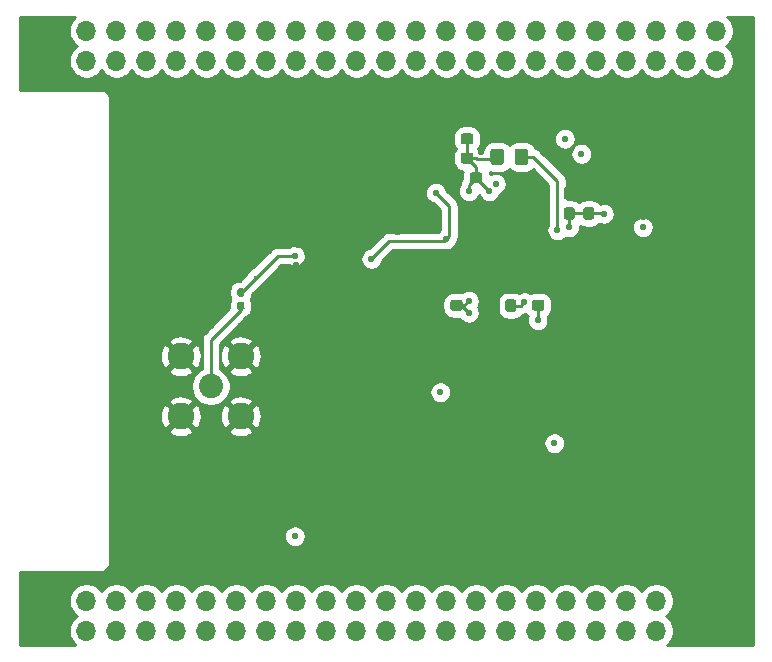
<source format=gbr>
%TF.GenerationSoftware,KiCad,Pcbnew,(5.1.9)-1*%
%TF.CreationDate,2021-09-23T16:30:07-05:00*%
%TF.ProjectId,zigbeeCape,7a696762-6565-4436-9170-652e6b696361,rev?*%
%TF.SameCoordinates,Original*%
%TF.FileFunction,Copper,L4,Bot*%
%TF.FilePolarity,Positive*%
%FSLAX46Y46*%
G04 Gerber Fmt 4.6, Leading zero omitted, Abs format (unit mm)*
G04 Created by KiCad (PCBNEW (5.1.9)-1) date 2021-09-23 16:30:07*
%MOMM*%
%LPD*%
G01*
G04 APERTURE LIST*
%TA.AperFunction,ComponentPad*%
%ADD10C,0.515000*%
%TD*%
%TA.AperFunction,ComponentPad*%
%ADD11C,0.600000*%
%TD*%
%TA.AperFunction,ComponentPad*%
%ADD12C,2.050000*%
%TD*%
%TA.AperFunction,ComponentPad*%
%ADD13C,2.250000*%
%TD*%
%TA.AperFunction,ComponentPad*%
%ADD14R,1.700000X1.700000*%
%TD*%
%TA.AperFunction,ComponentPad*%
%ADD15O,1.700000X1.700000*%
%TD*%
%TA.AperFunction,ViaPad*%
%ADD16C,0.558800*%
%TD*%
%TA.AperFunction,Conductor*%
%ADD17C,0.254000*%
%TD*%
%TA.AperFunction,Conductor*%
%ADD18C,0.152400*%
%TD*%
%TA.AperFunction,Conductor*%
%ADD19C,0.100000*%
%TD*%
G04 APERTURE END LIST*
D10*
%TO.P,U1,49*%
%TO.N,GND*%
X43670000Y32400000D03*
X43670000Y33430000D03*
X43670000Y34460000D03*
X43670000Y35490000D03*
X43670000Y36520000D03*
X42640000Y32400000D03*
X42640000Y33430000D03*
X42640000Y34460000D03*
X42640000Y35490000D03*
X42640000Y36520000D03*
X41610000Y32400000D03*
X41610000Y33430000D03*
X41610000Y34460000D03*
X41610000Y35490000D03*
X41610000Y36520000D03*
X40580000Y32400000D03*
X40580000Y33430000D03*
X40580000Y34460000D03*
X40580000Y35490000D03*
X40580000Y36520000D03*
X39550000Y32400000D03*
X39550000Y33430000D03*
X39550000Y34460000D03*
X39550000Y35490000D03*
X39550000Y36520000D03*
%TD*%
D11*
%TO.P,REF\u002A\u002A,1*%
%TO.N,GND*%
X46863000Y22479000D03*
%TD*%
%TO.P,REF\u002A\u002A,1*%
%TO.N,GND*%
X44196000Y25146000D03*
%TD*%
%TO.P,REF\u002A\u002A,1*%
%TO.N,GND*%
X47117000Y27559000D03*
%TD*%
%TO.P,REF\u002A\u002A,1*%
%TO.N,GND*%
X47244000Y33528000D03*
%TD*%
%TO.P,REF\u002A\u002A,1*%
%TO.N,GND*%
X40132000Y45720000D03*
%TD*%
%TO.P,REF\u002A\u002A,1*%
%TO.N,GND*%
X37592000Y45974000D03*
%TD*%
%TO.P,REF\u002A\u002A,1*%
%TO.N,GND*%
X40132000Y48006000D03*
%TD*%
%TO.P,REF\u002A\u002A,1*%
%TO.N,GND*%
X37592000Y48006000D03*
%TD*%
%TO.P,REF\u002A\u002A,1*%
%TO.N,GND*%
X46609000Y41656000D03*
%TD*%
%TO.P,REF\u002A\u002A,1*%
%TO.N,GND*%
X44958000Y43180000D03*
%TD*%
%TO.P,REF\u002A\u002A,1*%
%TO.N,GND*%
X42291000Y43815000D03*
%TD*%
%TO.P,REF\u002A\u002A,1*%
%TO.N,GND*%
X44831000Y45466000D03*
%TD*%
%TO.P,REF\u002A\u002A,1*%
%TO.N,GND*%
X42291000Y45466000D03*
%TD*%
%TO.P,REF\u002A\u002A,1*%
%TO.N,GND*%
X44831000Y48006000D03*
%TD*%
%TO.P,REF\u002A\u002A,1*%
%TO.N,GND*%
X34290000Y43561000D03*
%TD*%
%TO.P,REF\u002A\u002A,1*%
%TO.N,GND*%
X31750000Y43561000D03*
%TD*%
%TO.P,REF\u002A\u002A,1*%
%TO.N,GND*%
X29591000Y42926000D03*
%TD*%
%TO.P,REF\u002A\u002A,1*%
%TO.N,GND*%
X34671000Y45466000D03*
%TD*%
%TO.P,REF\u002A\u002A,1*%
%TO.N,GND*%
X32131000Y45466000D03*
%TD*%
%TO.P,REF\u002A\u002A,1*%
%TO.N,GND*%
X29591000Y45466000D03*
%TD*%
%TO.P,REF\u002A\u002A,1*%
%TO.N,GND*%
X34671000Y48006000D03*
%TD*%
%TO.P,REF\u002A\u002A,1*%
%TO.N,GND*%
X32131000Y48006000D03*
%TD*%
D12*
%TO.P,U3,1*%
%TO.N,Net-(C31-Pad2)*%
X16891000Y22606000D03*
D13*
%TO.P,U3,2*%
%TO.N,GND*%
X19431000Y20066000D03*
X19431000Y25146000D03*
X14351000Y25146000D03*
X14351000Y20066000D03*
%TD*%
D11*
%TO.P,REF\u002A\u002A,1*%
%TO.N,GND*%
X25273000Y35433000D03*
%TD*%
%TO.P,REF\u002A\u002A,1*%
%TO.N,GND*%
X28194000Y35560000D03*
%TD*%
%TO.P,REF\u002A\u002A,1*%
%TO.N,GND*%
X26670000Y34290000D03*
%TD*%
%TO.P,REF\u002A\u002A,1*%
%TO.N,GND*%
X27559000Y36957000D03*
%TD*%
%TO.P,REF\u002A\u002A,1*%
%TO.N,GND*%
X30480000Y36576000D03*
%TD*%
%TO.P,REF\u002A\u002A,1*%
%TO.N,GND*%
X29210000Y38100000D03*
%TD*%
%TO.P,REF\u002A\u002A,1*%
%TO.N,GND*%
X27305000Y38608000D03*
%TD*%
%TO.P,REF\u002A\u002A,1*%
%TO.N,GND*%
X28448000Y39751000D03*
%TD*%
%TO.P,REF\u002A\u002A,1*%
%TO.N,GND*%
X30099000Y39751000D03*
%TD*%
%TO.P,REF\u002A\u002A,1*%
%TO.N,GND*%
X31115000Y38481000D03*
%TD*%
%TO.P,REF\u002A\u002A,1*%
%TO.N,GND*%
X32766000Y35687000D03*
%TD*%
%TO.P,REF\u002A\u002A,1*%
%TO.N,GND*%
X29718000Y34671000D03*
%TD*%
%TO.P,REF\u002A\u002A,1*%
%TO.N,GND*%
X27940000Y33274000D03*
%TD*%
%TO.P,REF\u002A\u002A,1*%
%TO.N,GND*%
X26035000Y31877000D03*
%TD*%
%TO.P,REF\u002A\u002A,1*%
%TO.N,GND*%
X25781000Y29972000D03*
%TD*%
%TO.P,REF\u002A\u002A,1*%
%TO.N,GND*%
X24384000Y31242000D03*
%TD*%
%TO.P,REF\u002A\u002A,1*%
%TO.N,GND*%
X30226000Y27940000D03*
%TD*%
%TO.P,REF\u002A\u002A,1*%
%TO.N,GND*%
X32639000Y28194000D03*
%TD*%
%TO.P,REF\u002A\u002A,1*%
%TO.N,GND*%
X31242000Y26797000D03*
%TD*%
%TO.P,REF\u002A\u002A,1*%
%TO.N,GND*%
X28702000Y26416000D03*
%TD*%
%TO.P,REF\u002A\u002A,1*%
%TO.N,GND*%
X28829000Y23876000D03*
%TD*%
%TO.P,REF\u002A\u002A,1*%
%TO.N,GND*%
X25654000Y10287000D03*
%TD*%
%TO.P,REF\u002A\u002A,1*%
%TO.N,GND*%
X15875000Y9144000D03*
%TD*%
%TO.P,REF\u002A\u002A,1*%
%TO.N,GND*%
X12954000Y9144000D03*
%TD*%
%TO.P,REF\u002A\u002A,1*%
%TO.N,GND*%
X31750000Y16383000D03*
%TD*%
%TO.P,REF\u002A\u002A,1*%
%TO.N,GND*%
X31750000Y18796000D03*
%TD*%
%TO.P,REF\u002A\u002A,1*%
%TO.N,GND*%
X29591000Y19939000D03*
%TD*%
%TO.P,REF\u002A\u002A,1*%
%TO.N,GND*%
X29464000Y17526000D03*
%TD*%
%TO.P,REF\u002A\u002A,1*%
%TO.N,GND*%
X29464000Y14986000D03*
%TD*%
%TO.P,REF\u002A\u002A,1*%
%TO.N,GND*%
X27051000Y12446000D03*
%TD*%
%TO.P,REF\u002A\u002A,1*%
%TO.N,GND*%
X24511000Y12446000D03*
%TD*%
%TO.P,REF\u002A\u002A,1*%
%TO.N,GND*%
X21971000Y12446000D03*
%TD*%
%TO.P,REF\u002A\u002A,1*%
%TO.N,GND*%
X19431000Y12446000D03*
%TD*%
%TO.P,REF\u002A\u002A,1*%
%TO.N,GND*%
X16891000Y12446000D03*
%TD*%
%TO.P,REF\u002A\u002A,1*%
%TO.N,GND*%
X14351000Y12446000D03*
%TD*%
%TO.P,REF\u002A\u002A,1*%
%TO.N,GND*%
X11811000Y12446000D03*
%TD*%
%TO.P,REF\u002A\u002A,1*%
%TO.N,GND*%
X9271000Y12446000D03*
%TD*%
%TO.P,REF\u002A\u002A,1*%
%TO.N,GND*%
X27051000Y14986000D03*
%TD*%
%TO.P,REF\u002A\u002A,1*%
%TO.N,GND*%
X24511000Y14986000D03*
%TD*%
%TO.P,REF\u002A\u002A,1*%
%TO.N,GND*%
X21971000Y14986000D03*
%TD*%
%TO.P,REF\u002A\u002A,1*%
%TO.N,GND*%
X19431000Y14986000D03*
%TD*%
%TO.P,REF\u002A\u002A,1*%
%TO.N,GND*%
X16891000Y14986000D03*
%TD*%
%TO.P,REF\u002A\u002A,1*%
%TO.N,GND*%
X14351000Y14986000D03*
%TD*%
%TO.P,REF\u002A\u002A,1*%
%TO.N,GND*%
X11811000Y14986000D03*
%TD*%
%TO.P,REF\u002A\u002A,1*%
%TO.N,GND*%
X9271000Y14986000D03*
%TD*%
%TO.P,REF\u002A\u002A,1*%
%TO.N,GND*%
X27051000Y17526000D03*
%TD*%
%TO.P,REF\u002A\u002A,1*%
%TO.N,GND*%
X24511000Y17526000D03*
%TD*%
%TO.P,REF\u002A\u002A,1*%
%TO.N,GND*%
X21971000Y17526000D03*
%TD*%
%TO.P,REF\u002A\u002A,1*%
%TO.N,GND*%
X19431000Y17526000D03*
%TD*%
%TO.P,REF\u002A\u002A,1*%
%TO.N,GND*%
X16891000Y17526000D03*
%TD*%
%TO.P,REF\u002A\u002A,1*%
%TO.N,GND*%
X14351000Y17526000D03*
%TD*%
%TO.P,REF\u002A\u002A,1*%
%TO.N,GND*%
X11811000Y17526000D03*
%TD*%
%TO.P,REF\u002A\u002A,1*%
%TO.N,GND*%
X9271000Y17526000D03*
%TD*%
%TO.P,REF\u002A\u002A,1*%
%TO.N,GND*%
X27051000Y20066000D03*
%TD*%
%TO.P,REF\u002A\u002A,1*%
%TO.N,GND*%
X24511000Y20066000D03*
%TD*%
%TO.P,REF\u002A\u002A,1*%
%TO.N,GND*%
X21971000Y20066000D03*
%TD*%
%TO.P,REF\u002A\u002A,1*%
%TO.N,GND*%
X16891000Y20066000D03*
%TD*%
%TO.P,REF\u002A\u002A,1*%
%TO.N,GND*%
X11811000Y20066000D03*
%TD*%
%TO.P,REF\u002A\u002A,1*%
%TO.N,GND*%
X9271000Y20066000D03*
%TD*%
%TO.P,REF\u002A\u002A,1*%
%TO.N,GND*%
X27051000Y22606000D03*
%TD*%
%TO.P,REF\u002A\u002A,1*%
%TO.N,GND*%
X24511000Y22606000D03*
%TD*%
%TO.P,REF\u002A\u002A,1*%
%TO.N,GND*%
X21971000Y22606000D03*
%TD*%
%TO.P,REF\u002A\u002A,1*%
%TO.N,GND*%
X19431000Y22606000D03*
%TD*%
%TO.P,REF\u002A\u002A,1*%
%TO.N,GND*%
X14351000Y22606000D03*
%TD*%
%TO.P,REF\u002A\u002A,1*%
%TO.N,GND*%
X11811000Y22606000D03*
%TD*%
%TO.P,REF\u002A\u002A,1*%
%TO.N,GND*%
X9271000Y22606000D03*
%TD*%
%TO.P,REF\u002A\u002A,1*%
%TO.N,GND*%
X27051000Y25146000D03*
%TD*%
%TO.P,REF\u002A\u002A,1*%
%TO.N,GND*%
X24511000Y25146000D03*
%TD*%
%TO.P,REF\u002A\u002A,1*%
%TO.N,GND*%
X21971000Y25146000D03*
%TD*%
%TO.P,REF\u002A\u002A,1*%
%TO.N,GND*%
X11811000Y25146000D03*
%TD*%
%TO.P,REF\u002A\u002A,1*%
%TO.N,GND*%
X9271000Y25146000D03*
%TD*%
%TO.P,REF\u002A\u002A,1*%
%TO.N,GND*%
X27051000Y27686000D03*
%TD*%
%TO.P,REF\u002A\u002A,1*%
%TO.N,GND*%
X21971000Y27686000D03*
%TD*%
%TO.P,REF\u002A\u002A,1*%
%TO.N,GND*%
X19431000Y27686000D03*
%TD*%
%TO.P,REF\u002A\u002A,1*%
%TO.N,GND*%
X16891000Y27686000D03*
%TD*%
%TO.P,REF\u002A\u002A,1*%
%TO.N,GND*%
X14351000Y27686000D03*
%TD*%
%TO.P,REF\u002A\u002A,1*%
%TO.N,GND*%
X11811000Y27686000D03*
%TD*%
%TO.P,REF\u002A\u002A,1*%
%TO.N,GND*%
X9271000Y27686000D03*
%TD*%
%TO.P,REF\u002A\u002A,1*%
%TO.N,GND*%
X21971000Y30226000D03*
%TD*%
%TO.P,REF\u002A\u002A,1*%
%TO.N,GND*%
X16891000Y30226000D03*
%TD*%
%TO.P,REF\u002A\u002A,1*%
%TO.N,GND*%
X14351000Y30226000D03*
%TD*%
%TO.P,REF\u002A\u002A,1*%
%TO.N,GND*%
X11811000Y30226000D03*
%TD*%
%TO.P,REF\u002A\u002A,1*%
%TO.N,GND*%
X9271000Y30226000D03*
%TD*%
%TO.P,REF\u002A\u002A,1*%
%TO.N,GND*%
X19431000Y32766000D03*
%TD*%
%TO.P,REF\u002A\u002A,1*%
%TO.N,GND*%
X16891000Y32766000D03*
%TD*%
%TO.P,REF\u002A\u002A,1*%
%TO.N,GND*%
X14351000Y32766000D03*
%TD*%
%TO.P,REF\u002A\u002A,1*%
%TO.N,GND*%
X11811000Y32766000D03*
%TD*%
%TO.P,REF\u002A\u002A,1*%
%TO.N,GND*%
X9271000Y32766000D03*
%TD*%
%TO.P,REF\u002A\u002A,1*%
%TO.N,GND*%
X21590000Y35306000D03*
%TD*%
%TO.P,REF\u002A\u002A,1*%
%TO.N,GND*%
X19431000Y35306000D03*
%TD*%
%TO.P,REF\u002A\u002A,1*%
%TO.N,GND*%
X16891000Y35306000D03*
%TD*%
%TO.P,REF\u002A\u002A,1*%
%TO.N,GND*%
X14351000Y35306000D03*
%TD*%
%TO.P,REF\u002A\u002A,1*%
%TO.N,GND*%
X11811000Y35306000D03*
%TD*%
%TO.P,REF\u002A\u002A,1*%
%TO.N,GND*%
X9271000Y35306000D03*
%TD*%
%TO.P,REF\u002A\u002A,1*%
%TO.N,GND*%
X21971000Y37846000D03*
%TD*%
%TO.P,REF\u002A\u002A,1*%
%TO.N,GND*%
X19431000Y37846000D03*
%TD*%
%TO.P,REF\u002A\u002A,1*%
%TO.N,GND*%
X16891000Y37846000D03*
%TD*%
%TO.P,REF\u002A\u002A,1*%
%TO.N,GND*%
X14351000Y37846000D03*
%TD*%
%TO.P,REF\u002A\u002A,1*%
%TO.N,GND*%
X11811000Y37846000D03*
%TD*%
%TO.P,REF\u002A\u002A,1*%
%TO.N,GND*%
X9271000Y37846000D03*
%TD*%
%TO.P,REF\u002A\u002A,1*%
%TO.N,GND*%
X24511000Y40386000D03*
%TD*%
%TO.P,REF\u002A\u002A,1*%
%TO.N,GND*%
X21971000Y40386000D03*
%TD*%
%TO.P,REF\u002A\u002A,1*%
%TO.N,GND*%
X19431000Y40386000D03*
%TD*%
%TO.P,REF\u002A\u002A,1*%
%TO.N,GND*%
X16891000Y40386000D03*
%TD*%
%TO.P,REF\u002A\u002A,1*%
%TO.N,GND*%
X14351000Y40386000D03*
%TD*%
%TO.P,REF\u002A\u002A,1*%
%TO.N,GND*%
X11811000Y40386000D03*
%TD*%
%TO.P,REF\u002A\u002A,1*%
%TO.N,GND*%
X9271000Y40386000D03*
%TD*%
%TO.P,REF\u002A\u002A,1*%
%TO.N,GND*%
X27051000Y42926000D03*
%TD*%
%TO.P,REF\u002A\u002A,1*%
%TO.N,GND*%
X24511000Y42926000D03*
%TD*%
%TO.P,REF\u002A\u002A,1*%
%TO.N,GND*%
X21971000Y42926000D03*
%TD*%
%TO.P,REF\u002A\u002A,1*%
%TO.N,GND*%
X19431000Y42926000D03*
%TD*%
%TO.P,REF\u002A\u002A,1*%
%TO.N,GND*%
X16891000Y42926000D03*
%TD*%
%TO.P,REF\u002A\u002A,1*%
%TO.N,GND*%
X14351000Y42926000D03*
%TD*%
%TO.P,REF\u002A\u002A,1*%
%TO.N,GND*%
X11811000Y42926000D03*
%TD*%
%TO.P,REF\u002A\u002A,1*%
%TO.N,GND*%
X9271000Y42926000D03*
%TD*%
%TO.P,REF\u002A\u002A,1*%
%TO.N,GND*%
X27051000Y45466000D03*
%TD*%
%TO.P,REF\u002A\u002A,1*%
%TO.N,GND*%
X24511000Y45466000D03*
%TD*%
%TO.P,REF\u002A\u002A,1*%
%TO.N,GND*%
X21971000Y45466000D03*
%TD*%
%TO.P,REF\u002A\u002A,1*%
%TO.N,GND*%
X19431000Y45466000D03*
%TD*%
%TO.P,REF\u002A\u002A,1*%
%TO.N,GND*%
X16891000Y45466000D03*
%TD*%
%TO.P,REF\u002A\u002A,1*%
%TO.N,GND*%
X14351000Y45466000D03*
%TD*%
%TO.P,REF\u002A\u002A,1*%
%TO.N,GND*%
X11811000Y45466000D03*
%TD*%
%TO.P,REF\u002A\u002A,1*%
%TO.N,GND*%
X9271000Y45466000D03*
%TD*%
%TO.P,REF\u002A\u002A,1*%
%TO.N,GND*%
X27051000Y48006000D03*
%TD*%
%TO.P,REF\u002A\u002A,1*%
%TO.N,GND*%
X24511000Y48006000D03*
%TD*%
%TO.P,REF\u002A\u002A,1*%
%TO.N,GND*%
X21971000Y48006000D03*
%TD*%
%TO.P,REF\u002A\u002A,1*%
%TO.N,GND*%
X19431000Y48006000D03*
%TD*%
%TO.P,REF\u002A\u002A,1*%
%TO.N,GND*%
X16891000Y48006000D03*
%TD*%
%TO.P,REF\u002A\u002A,1*%
%TO.N,GND*%
X14351000Y48006000D03*
%TD*%
%TO.P,REF\u002A\u002A,1*%
%TO.N,GND*%
X11811000Y48006000D03*
%TD*%
%TO.P,REF\u002A\u002A,1*%
%TO.N,GND*%
X52324000Y41783000D03*
%TD*%
%TO.P,REF\u002A\u002A,1*%
%TO.N,GND*%
X56388000Y42672000D03*
%TD*%
%TO.P,REF\u002A\u002A,1*%
%TO.N,GND*%
X58293000Y41402000D03*
%TD*%
%TO.P,REF\u002A\u002A,1*%
%TO.N,GND*%
X51562000Y45339000D03*
%TD*%
%TO.P,REF\u002A\u002A,1*%
%TO.N,GND*%
X54737000Y44958000D03*
%TD*%
%TO.P,REF\u002A\u002A,1*%
%TO.N,GND*%
X57912000Y44831000D03*
%TD*%
%TO.P,REF\u002A\u002A,1*%
%TO.N,GND*%
X60071000Y30353000D03*
%TD*%
%TO.P,REF\u002A\u002A,1*%
%TO.N,GND*%
X59817000Y33401000D03*
%TD*%
%TO.P,REF\u002A\u002A,1*%
%TO.N,GND*%
X57658000Y31623000D03*
%TD*%
%TO.P,REF\u002A\u002A,1*%
%TO.N,GND*%
X57658000Y29718000D03*
%TD*%
%TO.P,REF\u002A\u002A,1*%
%TO.N,GND*%
X54483000Y29591000D03*
%TD*%
%TO.P,REF\u002A\u002A,1*%
%TO.N,GND*%
X57404000Y27305000D03*
%TD*%
%TO.P,REF\u002A\u002A,1*%
%TO.N,GND*%
X54356000Y27432000D03*
%TD*%
%TO.P,REF\u002A\u002A,1*%
%TO.N,GND*%
X57404000Y20447000D03*
%TD*%
%TO.P,REF\u002A\u002A,1*%
%TO.N,GND*%
X54229000Y20447000D03*
%TD*%
%TO.P,REF\u002A\u002A,1*%
%TO.N,GND*%
X44577000Y8890000D03*
%TD*%
%TO.P,REF\u002A\u002A,1*%
%TO.N,GND*%
X47244000Y11176000D03*
%TD*%
%TO.P,REF\u002A\u002A,1*%
%TO.N,GND*%
X50292000Y8382000D03*
%TD*%
%TO.P,REF\u002A\u002A,1*%
%TO.N,GND*%
X46482000Y14478000D03*
%TD*%
%TO.P,REF\u002A\u002A,1*%
%TO.N,GND*%
X49149000Y14732000D03*
%TD*%
%TO.P,REF\u002A\u002A,1*%
%TO.N,GND*%
X42672000Y13335000D03*
%TD*%
%TO.P,REF\u002A\u002A,1*%
%TO.N,GND*%
X42545000Y19939000D03*
%TD*%
%TO.P,REF\u002A\u002A,1*%
%TO.N,GND*%
X41529000Y22479000D03*
%TD*%
%TO.P,REF\u002A\u002A,1*%
%TO.N,GND*%
X41275000Y9652000D03*
%TD*%
%TO.P,REF\u002A\u002A,1*%
%TO.N,GND*%
X38100000Y6350000D03*
%TD*%
%TO.P,REF\u002A\u002A,1*%
%TO.N,GND*%
X57531000Y12065000D03*
%TD*%
%TO.P,REF\u002A\u002A,1*%
%TO.N,GND*%
X54229000Y12065000D03*
%TD*%
%TO.P,L1,2*%
%TO.N,VDDR*%
%TA.AperFunction,SMDPad,CuDef*%
G36*
G01*
X41714000Y42487001D02*
X41714000Y41586999D01*
G75*
G02*
X41464001Y41337000I-249999J0D01*
G01*
X40813999Y41337000D01*
G75*
G02*
X40564000Y41586999I0J249999D01*
G01*
X40564000Y42487001D01*
G75*
G02*
X40813999Y42737000I249999J0D01*
G01*
X41464001Y42737000D01*
G75*
G02*
X41714000Y42487001I0J-249999D01*
G01*
G37*
%TD.AperFunction*%
%TO.P,L1,1*%
%TO.N,DCDC_SW*%
%TA.AperFunction,SMDPad,CuDef*%
G36*
G01*
X43764000Y42487001D02*
X43764000Y41586999D01*
G75*
G02*
X43514001Y41337000I-249999J0D01*
G01*
X42863999Y41337000D01*
G75*
G02*
X42614000Y41586999I0J249999D01*
G01*
X42614000Y42487001D01*
G75*
G02*
X42863999Y42737000I249999J0D01*
G01*
X43514001Y42737000D01*
G75*
G02*
X43764000Y42487001I0J-249999D01*
G01*
G37*
%TD.AperFunction*%
%TD*%
%TO.P,C13,2*%
%TO.N,GND*%
%TA.AperFunction,SMDPad,CuDef*%
G36*
G01*
X38156000Y40496500D02*
X38156000Y40021500D01*
G75*
G02*
X37918500Y39784000I-237500J0D01*
G01*
X37318500Y39784000D01*
G75*
G02*
X37081000Y40021500I0J237500D01*
G01*
X37081000Y40496500D01*
G75*
G02*
X37318500Y40734000I237500J0D01*
G01*
X37918500Y40734000D01*
G75*
G02*
X38156000Y40496500I0J-237500D01*
G01*
G37*
%TD.AperFunction*%
%TO.P,C13,1*%
%TO.N,VDDR*%
%TA.AperFunction,SMDPad,CuDef*%
G36*
G01*
X39881000Y40496500D02*
X39881000Y40021500D01*
G75*
G02*
X39643500Y39784000I-237500J0D01*
G01*
X39043500Y39784000D01*
G75*
G02*
X38806000Y40021500I0J237500D01*
G01*
X38806000Y40496500D01*
G75*
G02*
X39043500Y40734000I237500J0D01*
G01*
X39643500Y40734000D01*
G75*
G02*
X39881000Y40496500I0J-237500D01*
G01*
G37*
%TD.AperFunction*%
%TD*%
%TO.P,C31,2*%
%TO.N,Net-(C31-Pad2)*%
%TA.AperFunction,SMDPad,CuDef*%
G36*
G01*
X19276000Y29772000D02*
X19586000Y29772000D01*
G75*
G02*
X19741000Y29617000I0J-155000D01*
G01*
X19741000Y29192000D01*
G75*
G02*
X19586000Y29037000I-155000J0D01*
G01*
X19276000Y29037000D01*
G75*
G02*
X19121000Y29192000I0J155000D01*
G01*
X19121000Y29617000D01*
G75*
G02*
X19276000Y29772000I155000J0D01*
G01*
G37*
%TD.AperFunction*%
%TO.P,C31,1*%
%TO.N,Net-(C31-Pad1)*%
%TA.AperFunction,SMDPad,CuDef*%
G36*
G01*
X19276000Y30907000D02*
X19586000Y30907000D01*
G75*
G02*
X19741000Y30752000I0J-155000D01*
G01*
X19741000Y30327000D01*
G75*
G02*
X19586000Y30172000I-155000J0D01*
G01*
X19276000Y30172000D01*
G75*
G02*
X19121000Y30327000I0J155000D01*
G01*
X19121000Y30752000D01*
G75*
G02*
X19276000Y30907000I155000J0D01*
G01*
G37*
%TD.AperFunction*%
%TD*%
%TO.P,C8,2*%
%TO.N,GND*%
%TA.AperFunction,SMDPad,CuDef*%
G36*
G01*
X42053500Y28250000D02*
X42528500Y28250000D01*
G75*
G02*
X42766000Y28012500I0J-237500D01*
G01*
X42766000Y27412500D01*
G75*
G02*
X42528500Y27175000I-237500J0D01*
G01*
X42053500Y27175000D01*
G75*
G02*
X41816000Y27412500I0J237500D01*
G01*
X41816000Y28012500D01*
G75*
G02*
X42053500Y28250000I237500J0D01*
G01*
G37*
%TD.AperFunction*%
%TO.P,C8,1*%
%TO.N,+3V3*%
%TA.AperFunction,SMDPad,CuDef*%
G36*
G01*
X42053500Y29975000D02*
X42528500Y29975000D01*
G75*
G02*
X42766000Y29737500I0J-237500D01*
G01*
X42766000Y29137500D01*
G75*
G02*
X42528500Y28900000I-237500J0D01*
G01*
X42053500Y28900000D01*
G75*
G02*
X41816000Y29137500I0J237500D01*
G01*
X41816000Y29737500D01*
G75*
G02*
X42053500Y29975000I237500J0D01*
G01*
G37*
%TD.AperFunction*%
%TD*%
%TO.P,REF\u002A\u002A,1*%
%TO.N,GND*%
X62103000Y51054000D03*
%TD*%
%TO.P,REF\u002A\u002A,1*%
%TO.N,GND*%
X62103000Y53340000D03*
%TD*%
%TO.P,REF\u002A\u002A,1*%
%TO.N,GND*%
X48387000Y25273000D03*
%TD*%
%TO.P,REF\u002A\u002A,1*%
%TO.N,GND*%
X9271000Y32766000D03*
%TD*%
%TO.P,REF\u002A\u002A,1*%
%TO.N,GND*%
X60071000Y48006000D03*
%TD*%
%TO.P,REF\u002A\u002A,1*%
%TO.N,GND*%
X59563000Y6477000D03*
%TD*%
%TO.P,REF\u002A\u002A,1*%
%TO.N,GND*%
X57023000Y6477000D03*
%TD*%
%TO.P,REF\u002A\u002A,1*%
%TO.N,GND*%
X54483000Y6477000D03*
%TD*%
%TO.P,REF\u002A\u002A,1*%
%TO.N,GND*%
X51816000Y6477000D03*
%TD*%
%TO.P,REF\u002A\u002A,1*%
%TO.N,GND*%
X49530000Y6477000D03*
%TD*%
%TO.P,REF\u002A\u002A,1*%
%TO.N,GND*%
X46990000Y6477000D03*
%TD*%
%TO.P,REF\u002A\u002A,1*%
%TO.N,GND*%
X44450000Y6477000D03*
%TD*%
%TO.P,REF\u002A\u002A,1*%
%TO.N,GND*%
X41910000Y6477000D03*
%TD*%
%TO.P,REF\u002A\u002A,1*%
%TO.N,GND*%
X22733000Y6477000D03*
%TD*%
%TO.P,REF\u002A\u002A,1*%
%TO.N,GND*%
X20193000Y6477000D03*
%TD*%
%TO.P,REF\u002A\u002A,1*%
%TO.N,GND*%
X17653000Y6477000D03*
%TD*%
%TO.P,REF\u002A\u002A,1*%
%TO.N,GND*%
X15113000Y6477000D03*
%TD*%
%TO.P,REF\u002A\u002A,1*%
%TO.N,GND*%
X12700000Y6477000D03*
%TD*%
%TO.P,REF\u002A\u002A,1*%
%TO.N,GND*%
X9271000Y48006000D03*
%TD*%
D14*
%TO.P,U5,1*%
%TO.N,GND*%
X3810000Y1905000D03*
D15*
%TO.P,U5,2*%
X3810000Y4445000D03*
%TO.P,U5,3*%
%TO.N,+3V3*%
X6350000Y1905000D03*
%TO.P,U5,4*%
X6350000Y4445000D03*
%TO.P,U5,5*%
%TO.N,Net-(U5-Pad5)*%
X8890000Y1905000D03*
%TO.P,U5,6*%
%TO.N,Net-(U5-Pad6)*%
X8890000Y4445000D03*
%TO.P,U5,7*%
%TO.N,Net-(U5-Pad7)*%
X11430000Y1905000D03*
%TO.P,U5,8*%
%TO.N,Net-(U5-Pad8)*%
X11430000Y4445000D03*
%TO.P,U5,9*%
%TO.N,Net-(U5-Pad9)*%
X13970000Y1905000D03*
%TO.P,U5,10*%
%TO.N,/BeagleBone_Headers/BeagleBone_Reset*%
X13970000Y4445000D03*
%TO.P,U5,11*%
%TO.N,Net-(U5-Pad11)*%
X16510000Y1905000D03*
%TO.P,U5,12*%
%TO.N,Net-(U5-Pad12)*%
X16510000Y4445000D03*
%TO.P,U5,13*%
%TO.N,Net-(U5-Pad13)*%
X19050000Y1905000D03*
%TO.P,U5,14*%
%TO.N,Net-(U5-Pad14)*%
X19050000Y4445000D03*
%TO.P,U5,15*%
%TO.N,Net-(U5-Pad15)*%
X21590000Y1905000D03*
%TO.P,U5,16*%
%TO.N,Net-(U5-Pad16)*%
X21590000Y4445000D03*
%TO.P,U5,17*%
%TO.N,SPI_CS*%
X24130000Y1905000D03*
%TO.P,U5,18*%
%TO.N,SPI_MOSI*%
X24130000Y4445000D03*
%TO.P,U5,19*%
%TO.N,I2C2_SCL*%
X26670000Y1905000D03*
%TO.P,U5,20*%
%TO.N,I2C2_SDA*%
X26670000Y4445000D03*
%TO.P,U5,21*%
%TO.N,SPI_MISO*%
X29210000Y1905000D03*
%TO.P,U5,22*%
%TO.N,SPI_CLK*%
X29210000Y4445000D03*
%TO.P,U5,23*%
%TO.N,Net-(U5-Pad23)*%
X31750000Y1905000D03*
%TO.P,U5,24*%
%TO.N,UART_TX*%
X31750000Y4445000D03*
%TO.P,U5,25*%
%TO.N,Net-(U5-Pad25)*%
X34290000Y1905000D03*
%TO.P,U5,26*%
%TO.N,UART_RX*%
X34290000Y4445000D03*
%TO.P,U5,27*%
%TO.N,Net-(U5-Pad27)*%
X36830000Y1905000D03*
%TO.P,U5,28*%
%TO.N,Net-(U5-Pad28)*%
X36830000Y4445000D03*
%TO.P,U5,29*%
%TO.N,Net-(U5-Pad29)*%
X39370000Y1905000D03*
%TO.P,U5,30*%
%TO.N,Network_Connect*%
X39370000Y4445000D03*
%TO.P,U5,31*%
%TO.N,Net-(U5-Pad31)*%
X41910000Y1905000D03*
%TO.P,U5,32*%
%TO.N,Net-(U5-Pad32)*%
X41910000Y4445000D03*
%TO.P,U5,33*%
%TO.N,Net-(U5-Pad33)*%
X44450000Y1905000D03*
%TO.P,U5,34*%
%TO.N,Net-(U5-Pad34)*%
X44450000Y4445000D03*
%TO.P,U5,35*%
%TO.N,Net-(U5-Pad35)*%
X46990000Y1905000D03*
%TO.P,U5,36*%
%TO.N,Net-(U5-Pad36)*%
X46990000Y4445000D03*
%TO.P,U5,37*%
%TO.N,Net-(U5-Pad37)*%
X49530000Y1905000D03*
%TO.P,U5,38*%
%TO.N,Net-(U5-Pad38)*%
X49530000Y4445000D03*
%TO.P,U5,39*%
%TO.N,Net-(U5-Pad39)*%
X52070000Y1905000D03*
%TO.P,U5,40*%
%TO.N,Net-(U5-Pad40)*%
X52070000Y4445000D03*
%TO.P,U5,41*%
%TO.N,Lan_HeartBeat*%
X54610000Y1905000D03*
%TO.P,U5,42*%
%TO.N,Net-(U5-Pad42)*%
X54610000Y4445000D03*
%TO.P,U5,43*%
%TO.N,GND*%
X57150000Y1905000D03*
%TO.P,U5,44*%
X57150000Y4445000D03*
%TO.P,U5,45*%
X59690000Y1905000D03*
%TO.P,U5,46*%
X59690000Y4445000D03*
%TD*%
D11*
%TO.P,REF\u002A\u002A,1*%
%TO.N,GND*%
X9271000Y6477000D03*
%TD*%
%TO.P,REF\u002A\u002A,1*%
%TO.N,GND*%
X9271000Y9144000D03*
%TD*%
%TO.P,REF\u002A\u002A,1*%
%TO.N,GND*%
X9271000Y12446000D03*
%TD*%
%TO.P,REF\u002A\u002A,1*%
%TO.N,GND*%
X9271000Y14986000D03*
%TD*%
%TO.P,REF\u002A\u002A,1*%
%TO.N,GND*%
X9271000Y17526000D03*
%TD*%
%TO.P,REF\u002A\u002A,1*%
%TO.N,GND*%
X9271000Y20066000D03*
%TD*%
%TO.P,REF\u002A\u002A,1*%
%TO.N,GND*%
X9271000Y22606000D03*
%TD*%
%TO.P,REF\u002A\u002A,1*%
%TO.N,GND*%
X9271000Y25146000D03*
%TD*%
%TO.P,REF\u002A\u002A,1*%
%TO.N,GND*%
X9271000Y27686000D03*
%TD*%
%TO.P,REF\u002A\u002A,1*%
%TO.N,GND*%
X9271000Y30226000D03*
%TD*%
%TO.P,REF\u002A\u002A,1*%
%TO.N,GND*%
X9271000Y35306000D03*
%TD*%
%TO.P,REF\u002A\u002A,1*%
%TO.N,GND*%
X9271000Y37846000D03*
%TD*%
%TO.P,REF\u002A\u002A,1*%
%TO.N,GND*%
X9271000Y40386000D03*
%TD*%
%TO.P,REF\u002A\u002A,1*%
%TO.N,GND*%
X9271000Y42926000D03*
%TD*%
%TO.P,REF\u002A\u002A,1*%
%TO.N,GND*%
X9271000Y45466000D03*
%TD*%
%TO.P,REF\u002A\u002A,1*%
%TO.N,GND*%
X62103000Y6096000D03*
%TD*%
%TO.P,REF\u002A\u002A,1*%
%TO.N,GND*%
X62103000Y12446000D03*
%TD*%
%TO.P,REF\u002A\u002A,1*%
%TO.N,GND*%
X62103000Y7874000D03*
%TD*%
%TO.P,REF\u002A\u002A,1*%
%TO.N,GND*%
X62103000Y9906000D03*
%TD*%
%TO.P,REF\u002A\u002A,1*%
%TO.N,GND*%
X62103000Y14986000D03*
%TD*%
%TO.P,REF\u002A\u002A,1*%
%TO.N,GND*%
X62103000Y17526000D03*
%TD*%
%TO.P,REF\u002A\u002A,1*%
%TO.N,GND*%
X62103000Y20066000D03*
%TD*%
%TO.P,REF\u002A\u002A,1*%
%TO.N,GND*%
X62103000Y22606000D03*
%TD*%
%TO.P,REF\u002A\u002A,1*%
%TO.N,GND*%
X62103000Y25146000D03*
%TD*%
%TO.P,REF\u002A\u002A,1*%
%TO.N,GND*%
X62103000Y27686000D03*
%TD*%
%TO.P,REF\u002A\u002A,1*%
%TO.N,GND*%
X62103000Y30226000D03*
%TD*%
%TO.P,REF\u002A\u002A,1*%
%TO.N,GND*%
X62103000Y32766000D03*
%TD*%
%TO.P,REF\u002A\u002A,1*%
%TO.N,GND*%
X62103000Y35306000D03*
%TD*%
%TO.P,REF\u002A\u002A,1*%
%TO.N,GND*%
X62103000Y37846000D03*
%TD*%
%TO.P,REF\u002A\u002A,1*%
%TO.N,GND*%
X62103000Y40386000D03*
%TD*%
%TO.P,REF\u002A\u002A,1*%
%TO.N,GND*%
X62103000Y42926000D03*
%TD*%
%TO.P,REF\u002A\u002A,1*%
%TO.N,GND*%
X62103000Y45466000D03*
%TD*%
%TO.P,REF\u002A\u002A,1*%
%TO.N,GND*%
X62103000Y48006000D03*
%TD*%
%TO.P,REF\u002A\u002A,1*%
%TO.N,GND*%
X54991000Y48006000D03*
%TD*%
%TO.P,REF\u002A\u002A,1*%
%TO.N,GND*%
X57531000Y48006000D03*
%TD*%
%TO.P,REF\u002A\u002A,1*%
%TO.N,GND*%
X52451000Y48006000D03*
%TD*%
%TO.P,REF\u002A\u002A,1*%
%TO.N,GND*%
X49911000Y48006000D03*
%TD*%
%TO.P,REF\u002A\u002A,1*%
%TO.N,GND*%
X47371000Y48006000D03*
%TD*%
%TO.P,REF\u002A\u002A,1*%
%TO.N,GND*%
X44831000Y48006000D03*
%TD*%
%TO.P,REF\u002A\u002A,1*%
%TO.N,GND*%
X42291000Y48006000D03*
%TD*%
%TO.P,REF\u002A\u002A,1*%
%TO.N,GND*%
X34671000Y48006000D03*
%TD*%
%TO.P,REF\u002A\u002A,1*%
%TO.N,GND*%
X32131000Y48006000D03*
%TD*%
%TO.P,REF\u002A\u002A,1*%
%TO.N,GND*%
X29591000Y48006000D03*
%TD*%
%TO.P,REF\u002A\u002A,1*%
%TO.N,GND*%
X27051000Y48006000D03*
%TD*%
%TO.P,REF\u002A\u002A,1*%
%TO.N,GND*%
X24511000Y48006000D03*
%TD*%
%TO.P,REF\u002A\u002A,1*%
%TO.N,GND*%
X21971000Y48006000D03*
%TD*%
%TO.P,REF\u002A\u002A,1*%
%TO.N,GND*%
X19431000Y48006000D03*
%TD*%
%TO.P,REF\u002A\u002A,1*%
%TO.N,GND*%
X16891000Y48006000D03*
%TD*%
%TO.P,REF\u002A\u002A,1*%
%TO.N,GND*%
X14351000Y48006000D03*
%TD*%
%TO.P,REF\u002A\u002A,1*%
%TO.N,GND*%
X11811000Y48006000D03*
%TD*%
%TO.P,C15,1*%
%TO.N,Net-(C15-Pad1)*%
%TA.AperFunction,SMDPad,CuDef*%
G36*
G01*
X44066000Y29226500D02*
X44066000Y29701500D01*
G75*
G02*
X44303500Y29939000I237500J0D01*
G01*
X44903500Y29939000D01*
G75*
G02*
X45141000Y29701500I0J-237500D01*
G01*
X45141000Y29226500D01*
G75*
G02*
X44903500Y28989000I-237500J0D01*
G01*
X44303500Y28989000D01*
G75*
G02*
X44066000Y29226500I0J237500D01*
G01*
G37*
%TD.AperFunction*%
%TO.P,C15,2*%
%TO.N,GND*%
%TA.AperFunction,SMDPad,CuDef*%
G36*
G01*
X45791000Y29226500D02*
X45791000Y29701500D01*
G75*
G02*
X46028500Y29939000I237500J0D01*
G01*
X46628500Y29939000D01*
G75*
G02*
X46866000Y29701500I0J-237500D01*
G01*
X46866000Y29226500D01*
G75*
G02*
X46628500Y28989000I-237500J0D01*
G01*
X46028500Y28989000D01*
G75*
G02*
X45791000Y29226500I0J237500D01*
G01*
G37*
%TD.AperFunction*%
%TD*%
D15*
%TO.P,U4,46*%
%TO.N,Net-(U4-Pad46)*%
X59690000Y52705000D03*
%TO.P,U4,45*%
%TO.N,Net-(U4-Pad45)*%
X59690000Y50165000D03*
%TO.P,U4,44*%
%TO.N,Net-(U4-Pad44)*%
X57150000Y52705000D03*
%TO.P,U4,43*%
%TO.N,Net-(U4-Pad43)*%
X57150000Y50165000D03*
%TO.P,U4,42*%
%TO.N,Net-(U4-Pad42)*%
X54610000Y52705000D03*
%TO.P,U4,41*%
%TO.N,Net-(U4-Pad41)*%
X54610000Y50165000D03*
%TO.P,U4,40*%
%TO.N,Net-(U4-Pad40)*%
X52070000Y52705000D03*
%TO.P,U4,39*%
%TO.N,Net-(U4-Pad39)*%
X52070000Y50165000D03*
%TO.P,U4,38*%
%TO.N,Net-(U4-Pad38)*%
X49530000Y52705000D03*
%TO.P,U4,37*%
%TO.N,Net-(U4-Pad37)*%
X49530000Y50165000D03*
%TO.P,U4,36*%
%TO.N,Net-(U4-Pad36)*%
X46990000Y52705000D03*
%TO.P,U4,35*%
%TO.N,Net-(U4-Pad35)*%
X46990000Y50165000D03*
%TO.P,U4,34*%
%TO.N,Net-(U4-Pad34)*%
X44450000Y52705000D03*
%TO.P,U4,33*%
%TO.N,Net-(U4-Pad33)*%
X44450000Y50165000D03*
%TO.P,U4,32*%
%TO.N,Net-(U4-Pad32)*%
X41910000Y52705000D03*
%TO.P,U4,31*%
%TO.N,Net-(U4-Pad31)*%
X41910000Y50165000D03*
%TO.P,U4,30*%
%TO.N,Net-(U4-Pad30)*%
X39370000Y52705000D03*
%TO.P,U4,29*%
%TO.N,Net-(U4-Pad29)*%
X39370000Y50165000D03*
%TO.P,U4,28*%
%TO.N,Net-(U4-Pad28)*%
X36830000Y52705000D03*
%TO.P,U4,27*%
%TO.N,Net-(U4-Pad27)*%
X36830000Y50165000D03*
%TO.P,U4,26*%
%TO.N,Net-(U4-Pad26)*%
X34290000Y52705000D03*
%TO.P,U4,25*%
%TO.N,Net-(U4-Pad25)*%
X34290000Y50165000D03*
%TO.P,U4,24*%
%TO.N,Net-(U4-Pad24)*%
X31750000Y52705000D03*
%TO.P,U4,23*%
%TO.N,Net-(U4-Pad23)*%
X31750000Y50165000D03*
%TO.P,U4,22*%
%TO.N,Net-(U4-Pad22)*%
X29210000Y52705000D03*
%TO.P,U4,21*%
%TO.N,Net-(U4-Pad21)*%
X29210000Y50165000D03*
%TO.P,U4,20*%
%TO.N,Net-(U4-Pad20)*%
X26670000Y52705000D03*
%TO.P,U4,19*%
%TO.N,Net-(U4-Pad19)*%
X26670000Y50165000D03*
%TO.P,U4,18*%
%TO.N,Net-(U4-Pad18)*%
X24130000Y52705000D03*
%TO.P,U4,17*%
%TO.N,Net-(U4-Pad17)*%
X24130000Y50165000D03*
%TO.P,U4,16*%
%TO.N,Net-(U4-Pad16)*%
X21590000Y52705000D03*
%TO.P,U4,15*%
%TO.N,Net-(U4-Pad15)*%
X21590000Y50165000D03*
%TO.P,U4,14*%
%TO.N,Net-(U4-Pad14)*%
X19050000Y52705000D03*
%TO.P,U4,13*%
%TO.N,Net-(U4-Pad13)*%
X19050000Y50165000D03*
%TO.P,U4,12*%
%TO.N,Net-(U4-Pad12)*%
X16510000Y52705000D03*
%TO.P,U4,11*%
%TO.N,Net-(U4-Pad11)*%
X16510000Y50165000D03*
%TO.P,U4,10*%
%TO.N,Net-(U4-Pad10)*%
X13970000Y52705000D03*
%TO.P,U4,9*%
%TO.N,Net-(U4-Pad9)*%
X13970000Y50165000D03*
%TO.P,U4,8*%
%TO.N,Net-(U4-Pad8)*%
X11430000Y52705000D03*
%TO.P,U4,7*%
%TO.N,Net-(U4-Pad7)*%
X11430000Y50165000D03*
%TO.P,U4,6*%
%TO.N,Net-(U4-Pad6)*%
X8890000Y52705000D03*
%TO.P,U4,5*%
%TO.N,Net-(U4-Pad5)*%
X8890000Y50165000D03*
%TO.P,U4,4*%
%TO.N,Net-(U4-Pad4)*%
X6350000Y52705000D03*
%TO.P,U4,3*%
%TO.N,Net-(U4-Pad3)*%
X6350000Y50165000D03*
%TO.P,U4,2*%
%TO.N,GND*%
X3810000Y52705000D03*
D14*
%TO.P,U4,1*%
X3810000Y50165000D03*
%TD*%
%TO.P,C6,2*%
%TO.N,GND*%
%TA.AperFunction,SMDPad,CuDef*%
G36*
G01*
X36505000Y29701500D02*
X36505000Y29226500D01*
G75*
G02*
X36267500Y28989000I-237500J0D01*
G01*
X35667500Y28989000D01*
G75*
G02*
X35430000Y29226500I0J237500D01*
G01*
X35430000Y29701500D01*
G75*
G02*
X35667500Y29939000I237500J0D01*
G01*
X36267500Y29939000D01*
G75*
G02*
X36505000Y29701500I0J-237500D01*
G01*
G37*
%TD.AperFunction*%
%TO.P,C6,1*%
%TO.N,+3V3*%
%TA.AperFunction,SMDPad,CuDef*%
G36*
G01*
X38230000Y29701500D02*
X38230000Y29226500D01*
G75*
G02*
X37992500Y28989000I-237500J0D01*
G01*
X37392500Y28989000D01*
G75*
G02*
X37155000Y29226500I0J237500D01*
G01*
X37155000Y29701500D01*
G75*
G02*
X37392500Y29939000I237500J0D01*
G01*
X37992500Y29939000D01*
G75*
G02*
X38230000Y29701500I0J-237500D01*
G01*
G37*
%TD.AperFunction*%
%TD*%
%TO.P,C9,2*%
%TO.N,GND*%
%TA.AperFunction,SMDPad,CuDef*%
G36*
G01*
X47481500Y38425000D02*
X47006500Y38425000D01*
G75*
G02*
X46769000Y38662500I0J237500D01*
G01*
X46769000Y39262500D01*
G75*
G02*
X47006500Y39500000I237500J0D01*
G01*
X47481500Y39500000D01*
G75*
G02*
X47719000Y39262500I0J-237500D01*
G01*
X47719000Y38662500D01*
G75*
G02*
X47481500Y38425000I-237500J0D01*
G01*
G37*
%TD.AperFunction*%
%TO.P,C9,1*%
%TO.N,+3V3*%
%TA.AperFunction,SMDPad,CuDef*%
G36*
G01*
X47481500Y36700000D02*
X47006500Y36700000D01*
G75*
G02*
X46769000Y36937500I0J237500D01*
G01*
X46769000Y37537500D01*
G75*
G02*
X47006500Y37775000I237500J0D01*
G01*
X47481500Y37775000D01*
G75*
G02*
X47719000Y37537500I0J-237500D01*
G01*
X47719000Y36937500D01*
G75*
G02*
X47481500Y36700000I-237500J0D01*
G01*
G37*
%TD.AperFunction*%
%TD*%
%TO.P,C10,1*%
%TO.N,+3V3*%
%TA.AperFunction,SMDPad,CuDef*%
G36*
G01*
X49132500Y36700000D02*
X48657500Y36700000D01*
G75*
G02*
X48420000Y36937500I0J237500D01*
G01*
X48420000Y37537500D01*
G75*
G02*
X48657500Y37775000I237500J0D01*
G01*
X49132500Y37775000D01*
G75*
G02*
X49370000Y37537500I0J-237500D01*
G01*
X49370000Y36937500D01*
G75*
G02*
X49132500Y36700000I-237500J0D01*
G01*
G37*
%TD.AperFunction*%
%TO.P,C10,2*%
%TO.N,GND*%
%TA.AperFunction,SMDPad,CuDef*%
G36*
G01*
X49132500Y38425000D02*
X48657500Y38425000D01*
G75*
G02*
X48420000Y38662500I0J237500D01*
G01*
X48420000Y39262500D01*
G75*
G02*
X48657500Y39500000I237500J0D01*
G01*
X49132500Y39500000D01*
G75*
G02*
X49370000Y39262500I0J-237500D01*
G01*
X49370000Y38662500D01*
G75*
G02*
X49132500Y38425000I-237500J0D01*
G01*
G37*
%TD.AperFunction*%
%TD*%
%TO.P,C11,1*%
%TO.N,VDDR*%
%TA.AperFunction,SMDPad,CuDef*%
G36*
G01*
X39119000Y43798500D02*
X39119000Y43323500D01*
G75*
G02*
X38881500Y43086000I-237500J0D01*
G01*
X38281500Y43086000D01*
G75*
G02*
X38044000Y43323500I0J237500D01*
G01*
X38044000Y43798500D01*
G75*
G02*
X38281500Y44036000I237500J0D01*
G01*
X38881500Y44036000D01*
G75*
G02*
X39119000Y43798500I0J-237500D01*
G01*
G37*
%TD.AperFunction*%
%TO.P,C11,2*%
%TO.N,GND*%
%TA.AperFunction,SMDPad,CuDef*%
G36*
G01*
X37394000Y43798500D02*
X37394000Y43323500D01*
G75*
G02*
X37156500Y43086000I-237500J0D01*
G01*
X36556500Y43086000D01*
G75*
G02*
X36319000Y43323500I0J237500D01*
G01*
X36319000Y43798500D01*
G75*
G02*
X36556500Y44036000I237500J0D01*
G01*
X37156500Y44036000D01*
G75*
G02*
X37394000Y43798500I0J-237500D01*
G01*
G37*
%TD.AperFunction*%
%TD*%
%TO.P,C16,1*%
%TO.N,VDDR*%
%TA.AperFunction,SMDPad,CuDef*%
G36*
G01*
X39119000Y42147500D02*
X39119000Y41672500D01*
G75*
G02*
X38881500Y41435000I-237500J0D01*
G01*
X38281500Y41435000D01*
G75*
G02*
X38044000Y41672500I0J237500D01*
G01*
X38044000Y42147500D01*
G75*
G02*
X38281500Y42385000I237500J0D01*
G01*
X38881500Y42385000D01*
G75*
G02*
X39119000Y42147500I0J-237500D01*
G01*
G37*
%TD.AperFunction*%
%TO.P,C16,2*%
%TO.N,GND*%
%TA.AperFunction,SMDPad,CuDef*%
G36*
G01*
X37394000Y42147500D02*
X37394000Y41672500D01*
G75*
G02*
X37156500Y41435000I-237500J0D01*
G01*
X36556500Y41435000D01*
G75*
G02*
X36319000Y41672500I0J237500D01*
G01*
X36319000Y42147500D01*
G75*
G02*
X36556500Y42385000I237500J0D01*
G01*
X37156500Y42385000D01*
G75*
G02*
X37394000Y42147500I0J-237500D01*
G01*
G37*
%TD.AperFunction*%
%TD*%
D16*
%TO.N,GND*%
X62230000Y46736000D03*
X24003000Y7874000D03*
X19812000Y10922000D03*
X16383000Y10922000D03*
X12573000Y10922000D03*
X9271000Y10922000D03*
X59944000Y14986000D03*
X59944000Y16764000D03*
X49149000Y19812000D03*
X51435000Y19812000D03*
X50673000Y18542000D03*
X53848000Y18669000D03*
X57912000Y18669000D03*
X61087000Y18669000D03*
X59944000Y23622000D03*
X49403000Y28448000D03*
X50419000Y29464000D03*
X50800000Y25527000D03*
X53975000Y25527000D03*
X58039000Y25527000D03*
X61214000Y25527000D03*
X59944000Y8255000D03*
X57912000Y10160000D03*
X53848000Y10287000D03*
X50800000Y10160000D03*
X51435000Y11430000D03*
X49276000Y11303000D03*
X45974000Y15875000D03*
X61087000Y10160000D03*
X34290000Y42291000D03*
X32639000Y42418000D03*
X32004000Y41656000D03*
X31877000Y37846000D03*
X31877000Y36576000D03*
X33274000Y36576000D03*
X24638000Y36195000D03*
X26162000Y36195000D03*
X26162000Y37592000D03*
X25654000Y40640000D03*
X25654000Y42037000D03*
X27178000Y41910000D03*
X27178000Y30099000D03*
X26670000Y30734000D03*
X27305000Y31877000D03*
X39751000Y42418000D03*
X38989000Y45085000D03*
X37592000Y38989000D03*
X36322000Y40513000D03*
X35560000Y41910000D03*
X35560000Y43434000D03*
X36830000Y44831000D03*
X47244000Y40259000D03*
X48133000Y40386000D03*
X50165000Y38989000D03*
X58166000Y46609000D03*
X54610000Y46736000D03*
X50927000Y46736000D03*
X46863000Y45339000D03*
X48133000Y46609000D03*
X51435000Y36195000D03*
X49911000Y32319600D03*
X46228000Y30988000D03*
X45593000Y28194000D03*
X47752000Y28829000D03*
X33710525Y20828000D03*
X31369000Y20701000D03*
X28829000Y20701000D03*
X24257000Y34544000D03*
X25400000Y34417000D03*
X24130000Y32893000D03*
X25527000Y32893000D03*
X53467000Y36957000D03*
X55626000Y40767000D03*
X57277000Y39116000D03*
X34417000Y30226000D03*
X34290000Y29083000D03*
X32893000Y30734000D03*
X32893000Y29464000D03*
X31623000Y29464000D03*
X43180000Y26797000D03*
X42291000Y26543000D03*
%TO.N,+3V3*%
X24003000Y9906000D03*
X45974000Y17780000D03*
X41021000Y39751000D03*
X47244000Y36068000D03*
X50165000Y37211000D03*
X48260000Y42291000D03*
X46863000Y43561000D03*
X36322000Y22098000D03*
X53467000Y36068000D03*
X38735000Y29845000D03*
X38735000Y28829000D03*
X43434000Y29718000D03*
%TO.N,VDDR*%
X38735000Y39116000D03*
X40469600Y39116000D03*
%TO.N,Net-(C15-Pad1)*%
X44577000Y28194000D03*
%TO.N,/ZigBeeFiltering/RX_TX*%
X30480000Y33401000D03*
X35941000Y38989000D03*
X36830000Y35052000D03*
%TO.N,Net-(C31-Pad1)*%
X24003000Y33655000D03*
%TO.N,DCDC_SW*%
X46228000Y35814000D03*
%TD*%
D17*
%TO.N,GND*%
X37618500Y39015500D02*
X37592000Y38989000D01*
X37618500Y40259000D02*
X37618500Y39015500D01*
X36576000Y40259000D02*
X36322000Y40513000D01*
X37618500Y40259000D02*
X36576000Y40259000D01*
X36856500Y41910000D02*
X35560000Y41910000D01*
X35687000Y43561000D02*
X35560000Y43434000D01*
X36856500Y43561000D02*
X35687000Y43561000D01*
X36856500Y44804500D02*
X36830000Y44831000D01*
X36856500Y43561000D02*
X36856500Y44804500D01*
X37618500Y41148000D02*
X36856500Y41910000D01*
X37618500Y40259000D02*
X37618500Y41148000D01*
X36856500Y41910000D02*
X36856500Y43561000D01*
X47244000Y38962500D02*
X47244000Y40259000D01*
X48895000Y39624000D02*
X48133000Y40386000D01*
X48895000Y38962500D02*
X48895000Y39624000D01*
X50138500Y38962500D02*
X50165000Y38989000D01*
X48895000Y38962500D02*
X50138500Y38962500D01*
X46328500Y28929500D02*
X45593000Y28194000D01*
X46328500Y29464000D02*
X46328500Y28929500D01*
X47117000Y29464000D02*
X47752000Y28829000D01*
X46328500Y29464000D02*
X47117000Y29464000D01*
X35179000Y29464000D02*
X34417000Y30226000D01*
X35967500Y29464000D02*
X35179000Y29464000D01*
X34671000Y29464000D02*
X34290000Y29083000D01*
X35967500Y29464000D02*
X34671000Y29464000D01*
X42291000Y27686000D02*
X43180000Y26797000D01*
X42291000Y27712500D02*
X42291000Y27686000D01*
X42291000Y27712500D02*
X42291000Y26543000D01*
%TO.N,+3V3*%
X47244000Y37237500D02*
X47244000Y36068000D01*
X48895000Y37237500D02*
X47244000Y37237500D01*
X50138500Y37237500D02*
X50165000Y37211000D01*
X48895000Y37237500D02*
X50138500Y37237500D01*
X38354000Y29464000D02*
X38735000Y29845000D01*
X37692500Y29464000D02*
X38354000Y29464000D01*
X38100000Y29464000D02*
X38735000Y28829000D01*
X37692500Y29464000D02*
X38100000Y29464000D01*
X43153500Y29437500D02*
X43434000Y29718000D01*
X42291000Y29437500D02*
X43153500Y29437500D01*
%TO.N,VDDR*%
X39343500Y40259000D02*
X39343500Y40158500D01*
X38735000Y39650500D02*
X39343500Y40259000D01*
X38735000Y39116000D02*
X38735000Y39650500D01*
X39343500Y41148000D02*
X38581500Y41910000D01*
X39343500Y40259000D02*
X39343500Y41148000D01*
X38581500Y41910000D02*
X38581500Y43561000D01*
X39343500Y40242354D02*
X39343500Y40259000D01*
X39343500Y40242100D02*
X39343500Y40259000D01*
X40469600Y39116000D02*
X39343500Y40242100D01*
X40910399Y41808399D02*
X41139000Y42037000D01*
X39458391Y41808399D02*
X40910399Y41808399D01*
X39356790Y41910000D02*
X39458391Y41808399D01*
X38581500Y41910000D02*
X39356790Y41910000D01*
%TO.N,Net-(C15-Pad1)*%
X44603500Y28220500D02*
X44577000Y28194000D01*
X44603500Y29464000D02*
X44603500Y28220500D01*
%TO.N,/ZigBeeFiltering/RX_TX*%
X30480000Y33401000D02*
X32004000Y34925000D01*
X37084000Y37846000D02*
X35941000Y38989000D01*
X36703000Y34925000D02*
X36830000Y35052000D01*
X32004000Y34925000D02*
X36703000Y34925000D01*
X37084000Y35306000D02*
X36830000Y35052000D01*
X37084000Y37846000D02*
X37084000Y35306000D01*
%TO.N,Net-(C31-Pad1)*%
X24003000Y33655000D02*
X22546500Y33655000D01*
D18*
X20607750Y31716250D02*
X20607750Y31970250D01*
D17*
X22546500Y33655000D02*
X20607750Y31716250D01*
X20607750Y31716250D02*
X19431000Y30539500D01*
%TO.N,DCDC_SW*%
X44196000Y42037000D02*
X43189000Y42037000D01*
X46228000Y40005000D02*
X44196000Y42037000D01*
X46228000Y35814000D02*
X46228000Y40005000D01*
%TO.N,Net-(C31-Pad2)*%
X19431000Y29404500D02*
X19431000Y29337000D01*
X19431000Y29404500D02*
X19431000Y29083000D01*
X16891000Y26543000D02*
X16891000Y22733000D01*
X19431000Y29083000D02*
X16891000Y26543000D01*
%TD*%
%TO.N,GND*%
X5393653Y53870312D02*
X5184688Y53661347D01*
X5020505Y53415630D01*
X4907413Y53142604D01*
X4849760Y52852761D01*
X4849760Y52557239D01*
X4907413Y52267396D01*
X5020505Y51994370D01*
X5184688Y51748653D01*
X5393653Y51539688D01*
X5550330Y51435000D01*
X5393653Y51330312D01*
X5184688Y51121347D01*
X5020505Y50875630D01*
X4907413Y50602604D01*
X4849760Y50312761D01*
X4849760Y50017239D01*
X4907413Y49727396D01*
X5020505Y49454370D01*
X5184688Y49208653D01*
X5393653Y48999688D01*
X5639370Y48835505D01*
X5912396Y48722413D01*
X6202239Y48664760D01*
X6497761Y48664760D01*
X6787604Y48722413D01*
X7060630Y48835505D01*
X7306347Y48999688D01*
X7515312Y49208653D01*
X7620000Y49365330D01*
X7724688Y49208653D01*
X7933653Y48999688D01*
X8179370Y48835505D01*
X8452396Y48722413D01*
X8742239Y48664760D01*
X9037761Y48664760D01*
X9327604Y48722413D01*
X9600630Y48835505D01*
X9846347Y48999688D01*
X10055312Y49208653D01*
X10160000Y49365330D01*
X10264688Y49208653D01*
X10473653Y48999688D01*
X10719370Y48835505D01*
X10992396Y48722413D01*
X11282239Y48664760D01*
X11577761Y48664760D01*
X11867604Y48722413D01*
X12140630Y48835505D01*
X12386347Y48999688D01*
X12595312Y49208653D01*
X12700000Y49365330D01*
X12804688Y49208653D01*
X13013653Y48999688D01*
X13259370Y48835505D01*
X13532396Y48722413D01*
X13822239Y48664760D01*
X14117761Y48664760D01*
X14407604Y48722413D01*
X14680630Y48835505D01*
X14926347Y48999688D01*
X15135312Y49208653D01*
X15240000Y49365330D01*
X15344688Y49208653D01*
X15553653Y48999688D01*
X15799370Y48835505D01*
X16072396Y48722413D01*
X16362239Y48664760D01*
X16657761Y48664760D01*
X16947604Y48722413D01*
X17220630Y48835505D01*
X17466347Y48999688D01*
X17675312Y49208653D01*
X17780000Y49365330D01*
X17884688Y49208653D01*
X18093653Y48999688D01*
X18339370Y48835505D01*
X18612396Y48722413D01*
X18902239Y48664760D01*
X19197761Y48664760D01*
X19487604Y48722413D01*
X19760630Y48835505D01*
X20006347Y48999688D01*
X20215312Y49208653D01*
X20320000Y49365330D01*
X20424688Y49208653D01*
X20633653Y48999688D01*
X20879370Y48835505D01*
X21152396Y48722413D01*
X21442239Y48664760D01*
X21737761Y48664760D01*
X22027604Y48722413D01*
X22300630Y48835505D01*
X22546347Y48999688D01*
X22755312Y49208653D01*
X22860000Y49365330D01*
X22964688Y49208653D01*
X23173653Y48999688D01*
X23419370Y48835505D01*
X23692396Y48722413D01*
X23982239Y48664760D01*
X24277761Y48664760D01*
X24567604Y48722413D01*
X24840630Y48835505D01*
X25086347Y48999688D01*
X25295312Y49208653D01*
X25400000Y49365330D01*
X25504688Y49208653D01*
X25713653Y48999688D01*
X25959370Y48835505D01*
X26232396Y48722413D01*
X26522239Y48664760D01*
X26817761Y48664760D01*
X27107604Y48722413D01*
X27380630Y48835505D01*
X27626347Y48999688D01*
X27835312Y49208653D01*
X27940000Y49365330D01*
X28044688Y49208653D01*
X28253653Y48999688D01*
X28499370Y48835505D01*
X28772396Y48722413D01*
X29062239Y48664760D01*
X29357761Y48664760D01*
X29647604Y48722413D01*
X29920630Y48835505D01*
X30166347Y48999688D01*
X30375312Y49208653D01*
X30480000Y49365330D01*
X30584688Y49208653D01*
X30793653Y48999688D01*
X31039370Y48835505D01*
X31312396Y48722413D01*
X31602239Y48664760D01*
X31897761Y48664760D01*
X32187604Y48722413D01*
X32460630Y48835505D01*
X32706347Y48999688D01*
X32915312Y49208653D01*
X33020000Y49365330D01*
X33124688Y49208653D01*
X33333653Y48999688D01*
X33579370Y48835505D01*
X33852396Y48722413D01*
X34142239Y48664760D01*
X34437761Y48664760D01*
X34727604Y48722413D01*
X35000630Y48835505D01*
X35246347Y48999688D01*
X35455312Y49208653D01*
X35560000Y49365330D01*
X35664688Y49208653D01*
X35873653Y48999688D01*
X36119370Y48835505D01*
X36392396Y48722413D01*
X36682239Y48664760D01*
X36977761Y48664760D01*
X37267604Y48722413D01*
X37540630Y48835505D01*
X37786347Y48999688D01*
X37995312Y49208653D01*
X38100000Y49365330D01*
X38204688Y49208653D01*
X38413653Y48999688D01*
X38659370Y48835505D01*
X38932396Y48722413D01*
X39222239Y48664760D01*
X39517761Y48664760D01*
X39807604Y48722413D01*
X40080630Y48835505D01*
X40326347Y48999688D01*
X40535312Y49208653D01*
X40640000Y49365330D01*
X40744688Y49208653D01*
X40953653Y48999688D01*
X41199370Y48835505D01*
X41472396Y48722413D01*
X41762239Y48664760D01*
X42057761Y48664760D01*
X42347604Y48722413D01*
X42620630Y48835505D01*
X42866347Y48999688D01*
X43075312Y49208653D01*
X43180000Y49365330D01*
X43284688Y49208653D01*
X43493653Y48999688D01*
X43739370Y48835505D01*
X44012396Y48722413D01*
X44302239Y48664760D01*
X44597761Y48664760D01*
X44887604Y48722413D01*
X45160630Y48835505D01*
X45406347Y48999688D01*
X45615312Y49208653D01*
X45720000Y49365330D01*
X45824688Y49208653D01*
X46033653Y48999688D01*
X46279370Y48835505D01*
X46552396Y48722413D01*
X46842239Y48664760D01*
X47137761Y48664760D01*
X47427604Y48722413D01*
X47700630Y48835505D01*
X47946347Y48999688D01*
X48155312Y49208653D01*
X48260000Y49365330D01*
X48364688Y49208653D01*
X48573653Y48999688D01*
X48819370Y48835505D01*
X49092396Y48722413D01*
X49382239Y48664760D01*
X49677761Y48664760D01*
X49967604Y48722413D01*
X50240630Y48835505D01*
X50486347Y48999688D01*
X50695312Y49208653D01*
X50800000Y49365330D01*
X50904688Y49208653D01*
X51113653Y48999688D01*
X51359370Y48835505D01*
X51632396Y48722413D01*
X51922239Y48664760D01*
X52217761Y48664760D01*
X52507604Y48722413D01*
X52780630Y48835505D01*
X53026347Y48999688D01*
X53235312Y49208653D01*
X53340000Y49365330D01*
X53444688Y49208653D01*
X53653653Y48999688D01*
X53899370Y48835505D01*
X54172396Y48722413D01*
X54462239Y48664760D01*
X54757761Y48664760D01*
X55047604Y48722413D01*
X55320630Y48835505D01*
X55566347Y48999688D01*
X55775312Y49208653D01*
X55880000Y49365330D01*
X55984688Y49208653D01*
X56193653Y48999688D01*
X56439370Y48835505D01*
X56712396Y48722413D01*
X57002239Y48664760D01*
X57297761Y48664760D01*
X57587604Y48722413D01*
X57860630Y48835505D01*
X58106347Y48999688D01*
X58315312Y49208653D01*
X58420000Y49365330D01*
X58524688Y49208653D01*
X58733653Y48999688D01*
X58979370Y48835505D01*
X59252396Y48722413D01*
X59542239Y48664760D01*
X59837761Y48664760D01*
X60127604Y48722413D01*
X60400630Y48835505D01*
X60646347Y48999688D01*
X60855312Y49208653D01*
X61019495Y49454370D01*
X61132587Y49727396D01*
X61190240Y50017239D01*
X61190240Y50312761D01*
X61132587Y50602604D01*
X61019495Y50875630D01*
X60855312Y51121347D01*
X60646347Y51330312D01*
X60489670Y51435000D01*
X60646347Y51539688D01*
X60855312Y51748653D01*
X61019495Y51994370D01*
X61132587Y52267396D01*
X61190240Y52557239D01*
X61190240Y52852761D01*
X61132587Y53142604D01*
X61019495Y53415630D01*
X60855312Y53661347D01*
X60646347Y53870312D01*
X60624724Y53884760D01*
X62774761Y53884760D01*
X62774760Y725240D01*
X55544724Y725240D01*
X55566347Y739688D01*
X55775312Y948653D01*
X55939495Y1194370D01*
X56052587Y1467396D01*
X56110240Y1757239D01*
X56110240Y2052761D01*
X56052587Y2342604D01*
X55939495Y2615630D01*
X55775312Y2861347D01*
X55566347Y3070312D01*
X55409670Y3175000D01*
X55566347Y3279688D01*
X55775312Y3488653D01*
X55939495Y3734370D01*
X56052587Y4007396D01*
X56110240Y4297239D01*
X56110240Y4592761D01*
X56052587Y4882604D01*
X55939495Y5155630D01*
X55775312Y5401347D01*
X55566347Y5610312D01*
X55320630Y5774495D01*
X55047604Y5887587D01*
X54757761Y5945240D01*
X54462239Y5945240D01*
X54172396Y5887587D01*
X53899370Y5774495D01*
X53653653Y5610312D01*
X53444688Y5401347D01*
X53340000Y5244670D01*
X53235312Y5401347D01*
X53026347Y5610312D01*
X52780630Y5774495D01*
X52507604Y5887587D01*
X52217761Y5945240D01*
X51922239Y5945240D01*
X51632396Y5887587D01*
X51359370Y5774495D01*
X51113653Y5610312D01*
X50904688Y5401347D01*
X50800000Y5244670D01*
X50695312Y5401347D01*
X50486347Y5610312D01*
X50240630Y5774495D01*
X49967604Y5887587D01*
X49677761Y5945240D01*
X49382239Y5945240D01*
X49092396Y5887587D01*
X48819370Y5774495D01*
X48573653Y5610312D01*
X48364688Y5401347D01*
X48260000Y5244670D01*
X48155312Y5401347D01*
X47946347Y5610312D01*
X47700630Y5774495D01*
X47427604Y5887587D01*
X47137761Y5945240D01*
X46842239Y5945240D01*
X46552396Y5887587D01*
X46279370Y5774495D01*
X46033653Y5610312D01*
X45824688Y5401347D01*
X45720000Y5244670D01*
X45615312Y5401347D01*
X45406347Y5610312D01*
X45160630Y5774495D01*
X44887604Y5887587D01*
X44597761Y5945240D01*
X44302239Y5945240D01*
X44012396Y5887587D01*
X43739370Y5774495D01*
X43493653Y5610312D01*
X43284688Y5401347D01*
X43180000Y5244670D01*
X43075312Y5401347D01*
X42866347Y5610312D01*
X42620630Y5774495D01*
X42347604Y5887587D01*
X42057761Y5945240D01*
X41762239Y5945240D01*
X41472396Y5887587D01*
X41199370Y5774495D01*
X40953653Y5610312D01*
X40744688Y5401347D01*
X40640000Y5244670D01*
X40535312Y5401347D01*
X40326347Y5610312D01*
X40080630Y5774495D01*
X39807604Y5887587D01*
X39517761Y5945240D01*
X39222239Y5945240D01*
X38932396Y5887587D01*
X38659370Y5774495D01*
X38413653Y5610312D01*
X38204688Y5401347D01*
X38100000Y5244670D01*
X37995312Y5401347D01*
X37786347Y5610312D01*
X37540630Y5774495D01*
X37267604Y5887587D01*
X36977761Y5945240D01*
X36682239Y5945240D01*
X36392396Y5887587D01*
X36119370Y5774495D01*
X35873653Y5610312D01*
X35664688Y5401347D01*
X35560000Y5244670D01*
X35455312Y5401347D01*
X35246347Y5610312D01*
X35000630Y5774495D01*
X34727604Y5887587D01*
X34437761Y5945240D01*
X34142239Y5945240D01*
X33852396Y5887587D01*
X33579370Y5774495D01*
X33333653Y5610312D01*
X33124688Y5401347D01*
X33020000Y5244670D01*
X32915312Y5401347D01*
X32706347Y5610312D01*
X32460630Y5774495D01*
X32187604Y5887587D01*
X31897761Y5945240D01*
X31602239Y5945240D01*
X31312396Y5887587D01*
X31039370Y5774495D01*
X30793653Y5610312D01*
X30584688Y5401347D01*
X30480000Y5244670D01*
X30375312Y5401347D01*
X30166347Y5610312D01*
X29920630Y5774495D01*
X29647604Y5887587D01*
X29357761Y5945240D01*
X29062239Y5945240D01*
X28772396Y5887587D01*
X28499370Y5774495D01*
X28253653Y5610312D01*
X28044688Y5401347D01*
X27940000Y5244670D01*
X27835312Y5401347D01*
X27626347Y5610312D01*
X27380630Y5774495D01*
X27107604Y5887587D01*
X26817761Y5945240D01*
X26522239Y5945240D01*
X26232396Y5887587D01*
X25959370Y5774495D01*
X25713653Y5610312D01*
X25504688Y5401347D01*
X25400000Y5244670D01*
X25295312Y5401347D01*
X25086347Y5610312D01*
X24840630Y5774495D01*
X24567604Y5887587D01*
X24277761Y5945240D01*
X23982239Y5945240D01*
X23692396Y5887587D01*
X23419370Y5774495D01*
X23173653Y5610312D01*
X22964688Y5401347D01*
X22860000Y5244670D01*
X22755312Y5401347D01*
X22546347Y5610312D01*
X22300630Y5774495D01*
X22027604Y5887587D01*
X21737761Y5945240D01*
X21442239Y5945240D01*
X21152396Y5887587D01*
X20879370Y5774495D01*
X20633653Y5610312D01*
X20424688Y5401347D01*
X20320000Y5244670D01*
X20215312Y5401347D01*
X20006347Y5610312D01*
X19760630Y5774495D01*
X19487604Y5887587D01*
X19197761Y5945240D01*
X18902239Y5945240D01*
X18612396Y5887587D01*
X18339370Y5774495D01*
X18093653Y5610312D01*
X17884688Y5401347D01*
X17780000Y5244670D01*
X17675312Y5401347D01*
X17466347Y5610312D01*
X17220630Y5774495D01*
X16947604Y5887587D01*
X16657761Y5945240D01*
X16362239Y5945240D01*
X16072396Y5887587D01*
X15799370Y5774495D01*
X15553653Y5610312D01*
X15344688Y5401347D01*
X15240000Y5244670D01*
X15135312Y5401347D01*
X14926347Y5610312D01*
X14680630Y5774495D01*
X14407604Y5887587D01*
X14117761Y5945240D01*
X13822239Y5945240D01*
X13532396Y5887587D01*
X13259370Y5774495D01*
X13013653Y5610312D01*
X12804688Y5401347D01*
X12700000Y5244670D01*
X12595312Y5401347D01*
X12386347Y5610312D01*
X12140630Y5774495D01*
X11867604Y5887587D01*
X11577761Y5945240D01*
X11282239Y5945240D01*
X10992396Y5887587D01*
X10719370Y5774495D01*
X10473653Y5610312D01*
X10264688Y5401347D01*
X10160000Y5244670D01*
X10055312Y5401347D01*
X9846347Y5610312D01*
X9600630Y5774495D01*
X9327604Y5887587D01*
X9037761Y5945240D01*
X8742239Y5945240D01*
X8452396Y5887587D01*
X8179370Y5774495D01*
X7933653Y5610312D01*
X7724688Y5401347D01*
X7620000Y5244670D01*
X7515312Y5401347D01*
X7306347Y5610312D01*
X7060630Y5774495D01*
X6787604Y5887587D01*
X6497761Y5945240D01*
X6202239Y5945240D01*
X5912396Y5887587D01*
X5639370Y5774495D01*
X5393653Y5610312D01*
X5184688Y5401347D01*
X5020505Y5155630D01*
X4907413Y4882604D01*
X4849760Y4592761D01*
X4849760Y4297239D01*
X4907413Y4007396D01*
X5020505Y3734370D01*
X5184688Y3488653D01*
X5393653Y3279688D01*
X5550330Y3175000D01*
X5393653Y3070312D01*
X5184688Y2861347D01*
X5020505Y2615630D01*
X4907413Y2342604D01*
X4849760Y2052761D01*
X4849760Y1757239D01*
X4907413Y1467396D01*
X5020505Y1194370D01*
X5184688Y948653D01*
X5393653Y739688D01*
X5415276Y725240D01*
X725240Y725240D01*
X725240Y6894760D01*
X7584373Y6894760D01*
X7620000Y6891251D01*
X7655627Y6894760D01*
X7762172Y6905254D01*
X7898880Y6946724D01*
X8024871Y7014067D01*
X8135303Y7104697D01*
X8225933Y7215129D01*
X8293276Y7341120D01*
X8334746Y7477828D01*
X8348749Y7620000D01*
X8345240Y7655627D01*
X8345240Y9997562D01*
X23073360Y9997562D01*
X23073360Y9814438D01*
X23109086Y9634834D01*
X23179164Y9465650D01*
X23280902Y9313389D01*
X23410389Y9183902D01*
X23562650Y9082164D01*
X23731834Y9012086D01*
X23911438Y8976360D01*
X24094562Y8976360D01*
X24274166Y9012086D01*
X24443350Y9082164D01*
X24595611Y9183902D01*
X24725098Y9313389D01*
X24826836Y9465650D01*
X24896914Y9634834D01*
X24932640Y9814438D01*
X24932640Y9997562D01*
X24896914Y10177166D01*
X24826836Y10346350D01*
X24725098Y10498611D01*
X24595611Y10628098D01*
X24443350Y10729836D01*
X24274166Y10799914D01*
X24094562Y10835640D01*
X23911438Y10835640D01*
X23731834Y10799914D01*
X23562650Y10729836D01*
X23410389Y10628098D01*
X23280902Y10498611D01*
X23179164Y10346350D01*
X23109086Y10177166D01*
X23073360Y9997562D01*
X8345240Y9997562D01*
X8345240Y17871562D01*
X45044360Y17871562D01*
X45044360Y17688438D01*
X45080086Y17508834D01*
X45150164Y17339650D01*
X45251902Y17187389D01*
X45381389Y17057902D01*
X45533650Y16956164D01*
X45702834Y16886086D01*
X45882438Y16850360D01*
X46065562Y16850360D01*
X46245166Y16886086D01*
X46414350Y16956164D01*
X46566611Y17057902D01*
X46696098Y17187389D01*
X46797836Y17339650D01*
X46867914Y17508834D01*
X46903640Y17688438D01*
X46903640Y17871562D01*
X46867914Y18051166D01*
X46797836Y18220350D01*
X46696098Y18372611D01*
X46566611Y18502098D01*
X46414350Y18603836D01*
X46245166Y18673914D01*
X46065562Y18709640D01*
X45882438Y18709640D01*
X45702834Y18673914D01*
X45533650Y18603836D01*
X45381389Y18502098D01*
X45251902Y18372611D01*
X45150164Y18220350D01*
X45080086Y18051166D01*
X45044360Y17871562D01*
X8345240Y17871562D01*
X8345240Y18841469D01*
X13306074Y18841469D01*
X13416921Y18564286D01*
X13727840Y18410911D01*
X14062705Y18321140D01*
X14408650Y18298424D01*
X14752380Y18343634D01*
X15080685Y18455034D01*
X15285079Y18564286D01*
X15395926Y18841469D01*
X18386074Y18841469D01*
X18496921Y18564286D01*
X18807840Y18410911D01*
X19142705Y18321140D01*
X19488650Y18298424D01*
X19832380Y18343634D01*
X20160685Y18455034D01*
X20365079Y18564286D01*
X20475926Y18841469D01*
X19431000Y19886395D01*
X18386074Y18841469D01*
X15395926Y18841469D01*
X14351000Y19886395D01*
X13306074Y18841469D01*
X8345240Y18841469D01*
X8345240Y20008350D01*
X12583424Y20008350D01*
X12628634Y19664620D01*
X12740034Y19336315D01*
X12849286Y19131921D01*
X13126469Y19021074D01*
X14171395Y20066000D01*
X14530605Y20066000D01*
X15575531Y19021074D01*
X15852714Y19131921D01*
X16006089Y19442840D01*
X16095860Y19777705D01*
X16111004Y20008350D01*
X17663424Y20008350D01*
X17708634Y19664620D01*
X17820034Y19336315D01*
X17929286Y19131921D01*
X18206469Y19021074D01*
X19251395Y20066000D01*
X19610605Y20066000D01*
X20655531Y19021074D01*
X20932714Y19131921D01*
X21086089Y19442840D01*
X21175860Y19777705D01*
X21198576Y20123650D01*
X21153366Y20467380D01*
X21041966Y20795685D01*
X20932714Y21000079D01*
X20655531Y21110926D01*
X19610605Y20066000D01*
X19251395Y20066000D01*
X18206469Y21110926D01*
X17929286Y21000079D01*
X17775911Y20689160D01*
X17686140Y20354295D01*
X17663424Y20008350D01*
X16111004Y20008350D01*
X16118576Y20123650D01*
X16073366Y20467380D01*
X15961966Y20795685D01*
X15852714Y21000079D01*
X15575531Y21110926D01*
X14530605Y20066000D01*
X14171395Y20066000D01*
X13126469Y21110926D01*
X12849286Y21000079D01*
X12695911Y20689160D01*
X12606140Y20354295D01*
X12583424Y20008350D01*
X8345240Y20008350D01*
X8345240Y21290531D01*
X13306074Y21290531D01*
X14351000Y20245605D01*
X15395926Y21290531D01*
X15285079Y21567714D01*
X14974160Y21721089D01*
X14639295Y21810860D01*
X14293350Y21833576D01*
X13949620Y21788366D01*
X13621315Y21676966D01*
X13416921Y21567714D01*
X13306074Y21290531D01*
X8345240Y21290531D01*
X8345240Y23921469D01*
X13306074Y23921469D01*
X13416921Y23644286D01*
X13727840Y23490911D01*
X14062705Y23401140D01*
X14408650Y23378424D01*
X14752380Y23423634D01*
X15080685Y23535034D01*
X15285079Y23644286D01*
X15395926Y23921469D01*
X14351000Y24966395D01*
X13306074Y23921469D01*
X8345240Y23921469D01*
X8345240Y25088350D01*
X12583424Y25088350D01*
X12628634Y24744620D01*
X12740034Y24416315D01*
X12849286Y24211921D01*
X13126469Y24101074D01*
X14171395Y25146000D01*
X14530605Y25146000D01*
X15575531Y24101074D01*
X15852714Y24211921D01*
X16006089Y24522840D01*
X16095860Y24857705D01*
X16113760Y25130312D01*
X16113761Y24097324D01*
X16097476Y24090579D01*
X15823097Y23907244D01*
X15589756Y23673903D01*
X15406421Y23399524D01*
X15280138Y23094650D01*
X15215760Y22770997D01*
X15215760Y22441003D01*
X15280138Y22117350D01*
X15406421Y21812476D01*
X15589756Y21538097D01*
X15823097Y21304756D01*
X16097476Y21121421D01*
X16402350Y20995138D01*
X16726003Y20930760D01*
X17055997Y20930760D01*
X17379650Y20995138D01*
X17684524Y21121421D01*
X17937613Y21290531D01*
X18386074Y21290531D01*
X19431000Y20245605D01*
X20475926Y21290531D01*
X20365079Y21567714D01*
X20054160Y21721089D01*
X19719295Y21810860D01*
X19373350Y21833576D01*
X19029620Y21788366D01*
X18701315Y21676966D01*
X18496921Y21567714D01*
X18386074Y21290531D01*
X17937613Y21290531D01*
X17958903Y21304756D01*
X18192244Y21538097D01*
X18375579Y21812476D01*
X18501862Y22117350D01*
X18516225Y22189562D01*
X35392360Y22189562D01*
X35392360Y22006438D01*
X35428086Y21826834D01*
X35498164Y21657650D01*
X35599902Y21505389D01*
X35729389Y21375902D01*
X35881650Y21274164D01*
X36050834Y21204086D01*
X36230438Y21168360D01*
X36413562Y21168360D01*
X36593166Y21204086D01*
X36762350Y21274164D01*
X36914611Y21375902D01*
X37044098Y21505389D01*
X37145836Y21657650D01*
X37215914Y21826834D01*
X37251640Y22006438D01*
X37251640Y22189562D01*
X37215914Y22369166D01*
X37145836Y22538350D01*
X37044098Y22690611D01*
X36914611Y22820098D01*
X36762350Y22921836D01*
X36593166Y22991914D01*
X36413562Y23027640D01*
X36230438Y23027640D01*
X36050834Y22991914D01*
X35881650Y22921836D01*
X35729389Y22820098D01*
X35599902Y22690611D01*
X35498164Y22538350D01*
X35428086Y22369166D01*
X35392360Y22189562D01*
X18516225Y22189562D01*
X18566240Y22441003D01*
X18566240Y22770997D01*
X18501862Y23094650D01*
X18375579Y23399524D01*
X18192244Y23673903D01*
X17958903Y23907244D01*
X17937614Y23921469D01*
X18386074Y23921469D01*
X18496921Y23644286D01*
X18807840Y23490911D01*
X19142705Y23401140D01*
X19488650Y23378424D01*
X19832380Y23423634D01*
X20160685Y23535034D01*
X20365079Y23644286D01*
X20475926Y23921469D01*
X19431000Y24966395D01*
X18386074Y23921469D01*
X17937614Y23921469D01*
X17684524Y24090579D01*
X17668240Y24097324D01*
X17668240Y25051734D01*
X17708634Y24744620D01*
X17820034Y24416315D01*
X17929286Y24211921D01*
X18206469Y24101074D01*
X19251395Y25146000D01*
X19610605Y25146000D01*
X20655531Y24101074D01*
X20932714Y24211921D01*
X21086089Y24522840D01*
X21175860Y24857705D01*
X21198576Y25203650D01*
X21153366Y25547380D01*
X21041966Y25875685D01*
X20932714Y26080079D01*
X20655531Y26190926D01*
X19610605Y25146000D01*
X19251395Y25146000D01*
X18206469Y26190926D01*
X17929286Y26080079D01*
X17775911Y25769160D01*
X17686140Y25434295D01*
X17668240Y25161694D01*
X17668240Y26221058D01*
X17817713Y26370531D01*
X18386074Y26370531D01*
X19431000Y25325605D01*
X20475926Y26370531D01*
X20365079Y26647714D01*
X20054160Y26801089D01*
X19719295Y26890860D01*
X19373350Y26913576D01*
X19029620Y26868366D01*
X18701315Y26756966D01*
X18496921Y26647714D01*
X18386074Y26370531D01*
X17817713Y26370531D01*
X19891017Y28443833D01*
X19895356Y28445149D01*
X20035115Y28519852D01*
X20157615Y28620385D01*
X20258148Y28742885D01*
X20332851Y28882644D01*
X20378853Y29034292D01*
X20394386Y29192000D01*
X20394386Y29617000D01*
X20386064Y29701500D01*
X36501614Y29701500D01*
X36501614Y29226500D01*
X36518732Y29052697D01*
X36569429Y28885573D01*
X36651755Y28731550D01*
X36762548Y28596548D01*
X36897550Y28485755D01*
X37051573Y28403429D01*
X37218697Y28352732D01*
X37392500Y28335614D01*
X37946602Y28335614D01*
X38012902Y28236389D01*
X38142389Y28106902D01*
X38294650Y28005164D01*
X38463834Y27935086D01*
X38643438Y27899360D01*
X38826562Y27899360D01*
X39006166Y27935086D01*
X39175350Y28005164D01*
X39327611Y28106902D01*
X39457098Y28236389D01*
X39558836Y28388650D01*
X39628914Y28557834D01*
X39664640Y28737438D01*
X39664640Y28920562D01*
X39628914Y29100166D01*
X39558836Y29269350D01*
X39513634Y29337000D01*
X39558836Y29404650D01*
X39628914Y29573834D01*
X39661469Y29737500D01*
X41162614Y29737500D01*
X41162614Y29137500D01*
X41179732Y28963697D01*
X41230429Y28796573D01*
X41312755Y28642550D01*
X41423548Y28507548D01*
X41558550Y28396755D01*
X41712573Y28314429D01*
X41879697Y28263732D01*
X42053500Y28246614D01*
X42528500Y28246614D01*
X42702303Y28263732D01*
X42869427Y28314429D01*
X43023450Y28396755D01*
X43158452Y28507548D01*
X43269245Y28642550D01*
X43283548Y28669309D01*
X43305866Y28671507D01*
X43452376Y28715950D01*
X43544713Y28765305D01*
X43562755Y28731550D01*
X43673548Y28596548D01*
X43721280Y28557375D01*
X43683086Y28465166D01*
X43647360Y28285562D01*
X43647360Y28102438D01*
X43683086Y27922834D01*
X43753164Y27753650D01*
X43854902Y27601389D01*
X43984389Y27471902D01*
X44136650Y27370164D01*
X44305834Y27300086D01*
X44485438Y27264360D01*
X44668562Y27264360D01*
X44848166Y27300086D01*
X45017350Y27370164D01*
X45169611Y27471902D01*
X45299098Y27601389D01*
X45400836Y27753650D01*
X45470914Y27922834D01*
X45506640Y28102438D01*
X45506640Y28285562D01*
X45470914Y28465166D01*
X45446166Y28524914D01*
X45533452Y28596548D01*
X45644245Y28731550D01*
X45726571Y28885573D01*
X45777268Y29052697D01*
X45794386Y29226500D01*
X45794386Y29701500D01*
X45777268Y29875303D01*
X45726571Y30042427D01*
X45644245Y30196450D01*
X45533452Y30331452D01*
X45398450Y30442245D01*
X45244427Y30524571D01*
X45077303Y30575268D01*
X44903500Y30592386D01*
X44303500Y30592386D01*
X44129697Y30575268D01*
X43962573Y30524571D01*
X43927914Y30506046D01*
X43874350Y30541836D01*
X43705166Y30611914D01*
X43525562Y30647640D01*
X43342438Y30647640D01*
X43162834Y30611914D01*
X42993650Y30541836D01*
X42954020Y30515356D01*
X42869427Y30560571D01*
X42702303Y30611268D01*
X42528500Y30628386D01*
X42053500Y30628386D01*
X41879697Y30611268D01*
X41712573Y30560571D01*
X41558550Y30478245D01*
X41423548Y30367452D01*
X41312755Y30232450D01*
X41230429Y30078427D01*
X41179732Y29911303D01*
X41162614Y29737500D01*
X39661469Y29737500D01*
X39664640Y29753438D01*
X39664640Y29936562D01*
X39628914Y30116166D01*
X39558836Y30285350D01*
X39457098Y30437611D01*
X39327611Y30567098D01*
X39175350Y30668836D01*
X39006166Y30738914D01*
X38826562Y30774640D01*
X38643438Y30774640D01*
X38463834Y30738914D01*
X38294650Y30668836D01*
X38156118Y30576271D01*
X37992500Y30592386D01*
X37392500Y30592386D01*
X37218697Y30575268D01*
X37051573Y30524571D01*
X36897550Y30442245D01*
X36762548Y30331452D01*
X36651755Y30196450D01*
X36569429Y30042427D01*
X36518732Y29875303D01*
X36501614Y29701500D01*
X20386064Y29701500D01*
X20378853Y29774708D01*
X20332851Y29926356D01*
X20308454Y29972000D01*
X20332851Y30017644D01*
X20378853Y30169292D01*
X20394386Y30327000D01*
X20394386Y30403704D01*
X21184335Y31193652D01*
X21184339Y31193657D01*
X22868443Y32877760D01*
X23492914Y32877760D01*
X23562650Y32831164D01*
X23731834Y32761086D01*
X23911438Y32725360D01*
X24094562Y32725360D01*
X24274166Y32761086D01*
X24443350Y32831164D01*
X24595611Y32932902D01*
X24725098Y33062389D01*
X24826836Y33214650D01*
X24896914Y33383834D01*
X24918541Y33492562D01*
X29550360Y33492562D01*
X29550360Y33309438D01*
X29586086Y33129834D01*
X29656164Y32960650D01*
X29757902Y32808389D01*
X29887389Y32678902D01*
X30039650Y32577164D01*
X30208834Y32507086D01*
X30388438Y32471360D01*
X30571562Y32471360D01*
X30751166Y32507086D01*
X30920350Y32577164D01*
X31072611Y32678902D01*
X31202098Y32808389D01*
X31303836Y32960650D01*
X31373914Y33129834D01*
X31390277Y33212094D01*
X32325944Y34147760D01*
X36610746Y34147760D01*
X36738438Y34122360D01*
X36921562Y34122360D01*
X37101166Y34158086D01*
X37270350Y34228164D01*
X37422611Y34329902D01*
X37552098Y34459389D01*
X37653836Y34611650D01*
X37723914Y34780834D01*
X37747219Y34897995D01*
X37805550Y35007124D01*
X37849993Y35153634D01*
X37861240Y35267825D01*
X37861240Y35267831D01*
X37864999Y35305999D01*
X37861240Y35344167D01*
X37861240Y37807833D01*
X37864999Y37846001D01*
X37861240Y37884169D01*
X37861240Y37884175D01*
X37849993Y37998366D01*
X37843886Y38018500D01*
X37805550Y38144876D01*
X37764280Y38222086D01*
X37733378Y38279900D01*
X37636250Y38398250D01*
X37606599Y38422584D01*
X36851277Y39177905D01*
X36834914Y39260166D01*
X36764836Y39429350D01*
X36663098Y39581611D01*
X36533611Y39711098D01*
X36381350Y39812836D01*
X36212166Y39882914D01*
X36032562Y39918640D01*
X35849438Y39918640D01*
X35669834Y39882914D01*
X35500650Y39812836D01*
X35348389Y39711098D01*
X35218902Y39581611D01*
X35117164Y39429350D01*
X35047086Y39260166D01*
X35011360Y39080562D01*
X35011360Y38897438D01*
X35047086Y38717834D01*
X35117164Y38548650D01*
X35218902Y38396389D01*
X35348389Y38266902D01*
X35500650Y38165164D01*
X35669834Y38095086D01*
X35752095Y38078723D01*
X36306760Y37524057D01*
X36306761Y35820451D01*
X36237389Y35774098D01*
X36165531Y35702240D01*
X32042164Y35702240D01*
X32003999Y35705999D01*
X31965834Y35702240D01*
X31965825Y35702240D01*
X31851634Y35690993D01*
X31705124Y35646550D01*
X31570100Y35574378D01*
X31570098Y35574377D01*
X31570099Y35574377D01*
X31481401Y35501585D01*
X31481396Y35501580D01*
X31451750Y35477250D01*
X31427420Y35447604D01*
X30291094Y34311277D01*
X30208834Y34294914D01*
X30039650Y34224836D01*
X29887389Y34123098D01*
X29757902Y33993611D01*
X29656164Y33841350D01*
X29586086Y33672166D01*
X29550360Y33492562D01*
X24918541Y33492562D01*
X24932640Y33563438D01*
X24932640Y33746562D01*
X24896914Y33926166D01*
X24826836Y34095350D01*
X24725098Y34247611D01*
X24595611Y34377098D01*
X24443350Y34478836D01*
X24274166Y34548914D01*
X24094562Y34584640D01*
X23911438Y34584640D01*
X23731834Y34548914D01*
X23562650Y34478836D01*
X23492914Y34432240D01*
X22584668Y34432240D01*
X22546500Y34435999D01*
X22508332Y34432240D01*
X22508325Y34432240D01*
X22394134Y34420993D01*
X22247624Y34376550D01*
X22112600Y34304378D01*
X21994250Y34207250D01*
X21969915Y34177598D01*
X20479933Y32687615D01*
X20465344Y32686178D01*
X20328410Y32644640D01*
X20202210Y32577185D01*
X20091596Y32486405D01*
X20000815Y32375791D01*
X19933360Y32249591D01*
X19891822Y32112657D01*
X19890385Y32098068D01*
X19352704Y31560386D01*
X19276000Y31560386D01*
X19118292Y31544853D01*
X18966644Y31498851D01*
X18826885Y31424148D01*
X18704385Y31323615D01*
X18603852Y31201115D01*
X18529149Y31061356D01*
X18483147Y30909708D01*
X18467614Y30752000D01*
X18467614Y30327000D01*
X18483147Y30169292D01*
X18529149Y30017644D01*
X18553546Y29972000D01*
X18529149Y29926356D01*
X18483147Y29774708D01*
X18467614Y29617000D01*
X18467614Y29218798D01*
X16368407Y27119589D01*
X16338750Y27095250D01*
X16241622Y26976899D01*
X16169450Y26841875D01*
X16125007Y26695365D01*
X16113760Y26581174D01*
X16113760Y26581167D01*
X16110001Y26543000D01*
X16113760Y26504832D01*
X16113760Y25240263D01*
X16073366Y25547380D01*
X15961966Y25875685D01*
X15852714Y26080079D01*
X15575531Y26190926D01*
X14530605Y25146000D01*
X14171395Y25146000D01*
X13126469Y26190926D01*
X12849286Y26080079D01*
X12695911Y25769160D01*
X12606140Y25434295D01*
X12583424Y25088350D01*
X8345240Y25088350D01*
X8345240Y26370531D01*
X13306074Y26370531D01*
X14351000Y25325605D01*
X15395926Y26370531D01*
X15285079Y26647714D01*
X14974160Y26801089D01*
X14639295Y26890860D01*
X14293350Y26913576D01*
X13949620Y26868366D01*
X13621315Y26756966D01*
X13416921Y26647714D01*
X13306074Y26370531D01*
X8345240Y26370531D01*
X8345240Y43798500D01*
X37390614Y43798500D01*
X37390614Y43323500D01*
X37407732Y43149697D01*
X37458429Y42982573D01*
X37540755Y42828550D01*
X37617119Y42735500D01*
X37540755Y42642450D01*
X37458429Y42488427D01*
X37407732Y42321303D01*
X37390614Y42147500D01*
X37390614Y41672500D01*
X37407732Y41498697D01*
X37458429Y41331573D01*
X37540755Y41177550D01*
X37651548Y41042548D01*
X37786550Y40931755D01*
X37940573Y40849429D01*
X38107697Y40798732D01*
X38205761Y40789074D01*
X38169732Y40670303D01*
X38152614Y40496500D01*
X38152614Y40166028D01*
X38085623Y40084400D01*
X38013450Y39949376D01*
X37969007Y39802866D01*
X37957760Y39688675D01*
X37957760Y39688667D01*
X37954001Y39650500D01*
X37956580Y39624319D01*
X37911164Y39556350D01*
X37841086Y39387166D01*
X37805360Y39207562D01*
X37805360Y39024438D01*
X37841086Y38844834D01*
X37911164Y38675650D01*
X38012902Y38523389D01*
X38142389Y38393902D01*
X38294650Y38292164D01*
X38463834Y38222086D01*
X38643438Y38186360D01*
X38826562Y38186360D01*
X39006166Y38222086D01*
X39175350Y38292164D01*
X39327611Y38393902D01*
X39457098Y38523389D01*
X39558836Y38675650D01*
X39602300Y38780582D01*
X39645764Y38675650D01*
X39747502Y38523389D01*
X39876989Y38393902D01*
X40029250Y38292164D01*
X40198434Y38222086D01*
X40378038Y38186360D01*
X40561162Y38186360D01*
X40740766Y38222086D01*
X40909950Y38292164D01*
X41062211Y38393902D01*
X41191698Y38523389D01*
X41293436Y38675650D01*
X41363514Y38844834D01*
X41372576Y38890393D01*
X41461350Y38927164D01*
X41613611Y39028902D01*
X41743098Y39158389D01*
X41844836Y39310650D01*
X41914914Y39479834D01*
X41950640Y39659438D01*
X41950640Y39842562D01*
X41914914Y40022166D01*
X41844836Y40191350D01*
X41743098Y40343611D01*
X41613611Y40473098D01*
X41461350Y40574836D01*
X41292166Y40644914D01*
X41112562Y40680640D01*
X40929438Y40680640D01*
X40749834Y40644914D01*
X40580650Y40574836D01*
X40530004Y40540995D01*
X40517268Y40670303D01*
X40494811Y40744335D01*
X40637757Y40700972D01*
X40813999Y40683614D01*
X41464001Y40683614D01*
X41640243Y40700972D01*
X41809711Y40752380D01*
X41965895Y40835862D01*
X42102791Y40948209D01*
X42164000Y41022793D01*
X42225209Y40948209D01*
X42362105Y40835862D01*
X42518289Y40752380D01*
X42687757Y40700972D01*
X42863999Y40683614D01*
X43514001Y40683614D01*
X43690243Y40700972D01*
X43859711Y40752380D01*
X44015895Y40835862D01*
X44152791Y40948209D01*
X44167584Y40966234D01*
X45450761Y39683056D01*
X45450760Y36324086D01*
X45404164Y36254350D01*
X45334086Y36085166D01*
X45298360Y35905562D01*
X45298360Y35722438D01*
X45334086Y35542834D01*
X45404164Y35373650D01*
X45505902Y35221389D01*
X45635389Y35091902D01*
X45787650Y34990164D01*
X45956834Y34920086D01*
X46136438Y34884360D01*
X46319562Y34884360D01*
X46499166Y34920086D01*
X46668350Y34990164D01*
X46820611Y35091902D01*
X46923309Y35194600D01*
X46972834Y35174086D01*
X47152438Y35138360D01*
X47335562Y35138360D01*
X47515166Y35174086D01*
X47684350Y35244164D01*
X47836611Y35345902D01*
X47966098Y35475389D01*
X48067836Y35627650D01*
X48137914Y35796834D01*
X48173640Y35976438D01*
X48173640Y36159562D01*
X48166681Y36194547D01*
X48316573Y36114429D01*
X48483697Y36063732D01*
X48657500Y36046614D01*
X49132500Y36046614D01*
X49306303Y36063732D01*
X49473427Y36114429D01*
X49557865Y36159562D01*
X52537360Y36159562D01*
X52537360Y35976438D01*
X52573086Y35796834D01*
X52643164Y35627650D01*
X52744902Y35475389D01*
X52874389Y35345902D01*
X53026650Y35244164D01*
X53195834Y35174086D01*
X53375438Y35138360D01*
X53558562Y35138360D01*
X53738166Y35174086D01*
X53907350Y35244164D01*
X54059611Y35345902D01*
X54189098Y35475389D01*
X54290836Y35627650D01*
X54360914Y35796834D01*
X54396640Y35976438D01*
X54396640Y36159562D01*
X54360914Y36339166D01*
X54290836Y36508350D01*
X54189098Y36660611D01*
X54059611Y36790098D01*
X53907350Y36891836D01*
X53738166Y36961914D01*
X53558562Y36997640D01*
X53375438Y36997640D01*
X53195834Y36961914D01*
X53026650Y36891836D01*
X52874389Y36790098D01*
X52744902Y36660611D01*
X52643164Y36508350D01*
X52573086Y36339166D01*
X52537360Y36159562D01*
X49557865Y36159562D01*
X49627450Y36196755D01*
X49762452Y36307548D01*
X49801625Y36355280D01*
X49893834Y36317086D01*
X50073438Y36281360D01*
X50256562Y36281360D01*
X50436166Y36317086D01*
X50605350Y36387164D01*
X50757611Y36488902D01*
X50887098Y36618389D01*
X50988836Y36770650D01*
X51058914Y36939834D01*
X51094640Y37119438D01*
X51094640Y37302562D01*
X51058914Y37482166D01*
X50988836Y37651350D01*
X50887098Y37803611D01*
X50757611Y37933098D01*
X50605350Y38034836D01*
X50436166Y38104914D01*
X50256562Y38140640D01*
X50073438Y38140640D01*
X49893834Y38104914D01*
X49834086Y38080166D01*
X49762452Y38167452D01*
X49627450Y38278245D01*
X49473427Y38360571D01*
X49306303Y38411268D01*
X49132500Y38428386D01*
X48657500Y38428386D01*
X48483697Y38411268D01*
X48316573Y38360571D01*
X48162550Y38278245D01*
X48069500Y38201881D01*
X47976450Y38278245D01*
X47822427Y38360571D01*
X47655303Y38411268D01*
X47481500Y38428386D01*
X47006500Y38428386D01*
X47005240Y38428262D01*
X47005240Y39966833D01*
X47008999Y40005000D01*
X47005240Y40043168D01*
X47005240Y40043175D01*
X46993993Y40157366D01*
X46949550Y40303876D01*
X46877378Y40438900D01*
X46780250Y40557250D01*
X46750598Y40581585D01*
X44949621Y42382562D01*
X47330360Y42382562D01*
X47330360Y42199438D01*
X47366086Y42019834D01*
X47436164Y41850650D01*
X47537902Y41698389D01*
X47667389Y41568902D01*
X47819650Y41467164D01*
X47988834Y41397086D01*
X48168438Y41361360D01*
X48351562Y41361360D01*
X48531166Y41397086D01*
X48700350Y41467164D01*
X48852611Y41568902D01*
X48982098Y41698389D01*
X49083836Y41850650D01*
X49153914Y42019834D01*
X49189640Y42199438D01*
X49189640Y42382562D01*
X49153914Y42562166D01*
X49083836Y42731350D01*
X48982098Y42883611D01*
X48852611Y43013098D01*
X48700350Y43114836D01*
X48531166Y43184914D01*
X48351562Y43220640D01*
X48168438Y43220640D01*
X47988834Y43184914D01*
X47819650Y43114836D01*
X47667389Y43013098D01*
X47537902Y42883611D01*
X47436164Y42731350D01*
X47366086Y42562166D01*
X47330360Y42382562D01*
X44949621Y42382562D01*
X44772589Y42559593D01*
X44748250Y42589250D01*
X44629900Y42686378D01*
X44494876Y42758550D01*
X44358574Y42799896D01*
X44348620Y42832711D01*
X44265138Y42988895D01*
X44152791Y43125791D01*
X44015895Y43238138D01*
X43859711Y43321620D01*
X43690243Y43373028D01*
X43514001Y43390386D01*
X42863999Y43390386D01*
X42687757Y43373028D01*
X42518289Y43321620D01*
X42362105Y43238138D01*
X42225209Y43125791D01*
X42164000Y43051207D01*
X42102791Y43125791D01*
X41965895Y43238138D01*
X41809711Y43321620D01*
X41640243Y43373028D01*
X41464001Y43390386D01*
X40813999Y43390386D01*
X40637757Y43373028D01*
X40468289Y43321620D01*
X40312105Y43238138D01*
X40175209Y43125791D01*
X40062862Y42988895D01*
X39979380Y42832711D01*
X39927972Y42663243D01*
X39920329Y42585639D01*
X39741559Y42585639D01*
X39655666Y42631550D01*
X39622731Y42641541D01*
X39622245Y42642450D01*
X39545881Y42735500D01*
X39622245Y42828550D01*
X39704571Y42982573D01*
X39755268Y43149697D01*
X39772386Y43323500D01*
X39772386Y43652562D01*
X45933360Y43652562D01*
X45933360Y43469438D01*
X45969086Y43289834D01*
X46039164Y43120650D01*
X46140902Y42968389D01*
X46270389Y42838902D01*
X46422650Y42737164D01*
X46591834Y42667086D01*
X46771438Y42631360D01*
X46954562Y42631360D01*
X47134166Y42667086D01*
X47303350Y42737164D01*
X47455611Y42838902D01*
X47585098Y42968389D01*
X47686836Y43120650D01*
X47756914Y43289834D01*
X47792640Y43469438D01*
X47792640Y43652562D01*
X47756914Y43832166D01*
X47686836Y44001350D01*
X47585098Y44153611D01*
X47455611Y44283098D01*
X47303350Y44384836D01*
X47134166Y44454914D01*
X46954562Y44490640D01*
X46771438Y44490640D01*
X46591834Y44454914D01*
X46422650Y44384836D01*
X46270389Y44283098D01*
X46140902Y44153611D01*
X46039164Y44001350D01*
X45969086Y43832166D01*
X45933360Y43652562D01*
X39772386Y43652562D01*
X39772386Y43798500D01*
X39755268Y43972303D01*
X39704571Y44139427D01*
X39622245Y44293450D01*
X39511452Y44428452D01*
X39376450Y44539245D01*
X39222427Y44621571D01*
X39055303Y44672268D01*
X38881500Y44689386D01*
X38281500Y44689386D01*
X38107697Y44672268D01*
X37940573Y44621571D01*
X37786550Y44539245D01*
X37651548Y44428452D01*
X37540755Y44293450D01*
X37458429Y44139427D01*
X37407732Y43972303D01*
X37390614Y43798500D01*
X8345240Y43798500D01*
X8345240Y46954374D01*
X8348749Y46990000D01*
X8334746Y47132172D01*
X8293276Y47268880D01*
X8225933Y47394871D01*
X8135303Y47505303D01*
X8024871Y47595933D01*
X7898880Y47663276D01*
X7762172Y47704746D01*
X7655627Y47715240D01*
X7620000Y47718749D01*
X7584373Y47715240D01*
X725240Y47715240D01*
X725240Y53884760D01*
X5415276Y53884760D01*
X5393653Y53870312D01*
%TA.AperFunction,Conductor*%
D19*
G36*
X5393653Y53870312D02*
G01*
X5184688Y53661347D01*
X5020505Y53415630D01*
X4907413Y53142604D01*
X4849760Y52852761D01*
X4849760Y52557239D01*
X4907413Y52267396D01*
X5020505Y51994370D01*
X5184688Y51748653D01*
X5393653Y51539688D01*
X5550330Y51435000D01*
X5393653Y51330312D01*
X5184688Y51121347D01*
X5020505Y50875630D01*
X4907413Y50602604D01*
X4849760Y50312761D01*
X4849760Y50017239D01*
X4907413Y49727396D01*
X5020505Y49454370D01*
X5184688Y49208653D01*
X5393653Y48999688D01*
X5639370Y48835505D01*
X5912396Y48722413D01*
X6202239Y48664760D01*
X6497761Y48664760D01*
X6787604Y48722413D01*
X7060630Y48835505D01*
X7306347Y48999688D01*
X7515312Y49208653D01*
X7620000Y49365330D01*
X7724688Y49208653D01*
X7933653Y48999688D01*
X8179370Y48835505D01*
X8452396Y48722413D01*
X8742239Y48664760D01*
X9037761Y48664760D01*
X9327604Y48722413D01*
X9600630Y48835505D01*
X9846347Y48999688D01*
X10055312Y49208653D01*
X10160000Y49365330D01*
X10264688Y49208653D01*
X10473653Y48999688D01*
X10719370Y48835505D01*
X10992396Y48722413D01*
X11282239Y48664760D01*
X11577761Y48664760D01*
X11867604Y48722413D01*
X12140630Y48835505D01*
X12386347Y48999688D01*
X12595312Y49208653D01*
X12700000Y49365330D01*
X12804688Y49208653D01*
X13013653Y48999688D01*
X13259370Y48835505D01*
X13532396Y48722413D01*
X13822239Y48664760D01*
X14117761Y48664760D01*
X14407604Y48722413D01*
X14680630Y48835505D01*
X14926347Y48999688D01*
X15135312Y49208653D01*
X15240000Y49365330D01*
X15344688Y49208653D01*
X15553653Y48999688D01*
X15799370Y48835505D01*
X16072396Y48722413D01*
X16362239Y48664760D01*
X16657761Y48664760D01*
X16947604Y48722413D01*
X17220630Y48835505D01*
X17466347Y48999688D01*
X17675312Y49208653D01*
X17780000Y49365330D01*
X17884688Y49208653D01*
X18093653Y48999688D01*
X18339370Y48835505D01*
X18612396Y48722413D01*
X18902239Y48664760D01*
X19197761Y48664760D01*
X19487604Y48722413D01*
X19760630Y48835505D01*
X20006347Y48999688D01*
X20215312Y49208653D01*
X20320000Y49365330D01*
X20424688Y49208653D01*
X20633653Y48999688D01*
X20879370Y48835505D01*
X21152396Y48722413D01*
X21442239Y48664760D01*
X21737761Y48664760D01*
X22027604Y48722413D01*
X22300630Y48835505D01*
X22546347Y48999688D01*
X22755312Y49208653D01*
X22860000Y49365330D01*
X22964688Y49208653D01*
X23173653Y48999688D01*
X23419370Y48835505D01*
X23692396Y48722413D01*
X23982239Y48664760D01*
X24277761Y48664760D01*
X24567604Y48722413D01*
X24840630Y48835505D01*
X25086347Y48999688D01*
X25295312Y49208653D01*
X25400000Y49365330D01*
X25504688Y49208653D01*
X25713653Y48999688D01*
X25959370Y48835505D01*
X26232396Y48722413D01*
X26522239Y48664760D01*
X26817761Y48664760D01*
X27107604Y48722413D01*
X27380630Y48835505D01*
X27626347Y48999688D01*
X27835312Y49208653D01*
X27940000Y49365330D01*
X28044688Y49208653D01*
X28253653Y48999688D01*
X28499370Y48835505D01*
X28772396Y48722413D01*
X29062239Y48664760D01*
X29357761Y48664760D01*
X29647604Y48722413D01*
X29920630Y48835505D01*
X30166347Y48999688D01*
X30375312Y49208653D01*
X30480000Y49365330D01*
X30584688Y49208653D01*
X30793653Y48999688D01*
X31039370Y48835505D01*
X31312396Y48722413D01*
X31602239Y48664760D01*
X31897761Y48664760D01*
X32187604Y48722413D01*
X32460630Y48835505D01*
X32706347Y48999688D01*
X32915312Y49208653D01*
X33020000Y49365330D01*
X33124688Y49208653D01*
X33333653Y48999688D01*
X33579370Y48835505D01*
X33852396Y48722413D01*
X34142239Y48664760D01*
X34437761Y48664760D01*
X34727604Y48722413D01*
X35000630Y48835505D01*
X35246347Y48999688D01*
X35455312Y49208653D01*
X35560000Y49365330D01*
X35664688Y49208653D01*
X35873653Y48999688D01*
X36119370Y48835505D01*
X36392396Y48722413D01*
X36682239Y48664760D01*
X36977761Y48664760D01*
X37267604Y48722413D01*
X37540630Y48835505D01*
X37786347Y48999688D01*
X37995312Y49208653D01*
X38100000Y49365330D01*
X38204688Y49208653D01*
X38413653Y48999688D01*
X38659370Y48835505D01*
X38932396Y48722413D01*
X39222239Y48664760D01*
X39517761Y48664760D01*
X39807604Y48722413D01*
X40080630Y48835505D01*
X40326347Y48999688D01*
X40535312Y49208653D01*
X40640000Y49365330D01*
X40744688Y49208653D01*
X40953653Y48999688D01*
X41199370Y48835505D01*
X41472396Y48722413D01*
X41762239Y48664760D01*
X42057761Y48664760D01*
X42347604Y48722413D01*
X42620630Y48835505D01*
X42866347Y48999688D01*
X43075312Y49208653D01*
X43180000Y49365330D01*
X43284688Y49208653D01*
X43493653Y48999688D01*
X43739370Y48835505D01*
X44012396Y48722413D01*
X44302239Y48664760D01*
X44597761Y48664760D01*
X44887604Y48722413D01*
X45160630Y48835505D01*
X45406347Y48999688D01*
X45615312Y49208653D01*
X45720000Y49365330D01*
X45824688Y49208653D01*
X46033653Y48999688D01*
X46279370Y48835505D01*
X46552396Y48722413D01*
X46842239Y48664760D01*
X47137761Y48664760D01*
X47427604Y48722413D01*
X47700630Y48835505D01*
X47946347Y48999688D01*
X48155312Y49208653D01*
X48260000Y49365330D01*
X48364688Y49208653D01*
X48573653Y48999688D01*
X48819370Y48835505D01*
X49092396Y48722413D01*
X49382239Y48664760D01*
X49677761Y48664760D01*
X49967604Y48722413D01*
X50240630Y48835505D01*
X50486347Y48999688D01*
X50695312Y49208653D01*
X50800000Y49365330D01*
X50904688Y49208653D01*
X51113653Y48999688D01*
X51359370Y48835505D01*
X51632396Y48722413D01*
X51922239Y48664760D01*
X52217761Y48664760D01*
X52507604Y48722413D01*
X52780630Y48835505D01*
X53026347Y48999688D01*
X53235312Y49208653D01*
X53340000Y49365330D01*
X53444688Y49208653D01*
X53653653Y48999688D01*
X53899370Y48835505D01*
X54172396Y48722413D01*
X54462239Y48664760D01*
X54757761Y48664760D01*
X55047604Y48722413D01*
X55320630Y48835505D01*
X55566347Y48999688D01*
X55775312Y49208653D01*
X55880000Y49365330D01*
X55984688Y49208653D01*
X56193653Y48999688D01*
X56439370Y48835505D01*
X56712396Y48722413D01*
X57002239Y48664760D01*
X57297761Y48664760D01*
X57587604Y48722413D01*
X57860630Y48835505D01*
X58106347Y48999688D01*
X58315312Y49208653D01*
X58420000Y49365330D01*
X58524688Y49208653D01*
X58733653Y48999688D01*
X58979370Y48835505D01*
X59252396Y48722413D01*
X59542239Y48664760D01*
X59837761Y48664760D01*
X60127604Y48722413D01*
X60400630Y48835505D01*
X60646347Y48999688D01*
X60855312Y49208653D01*
X61019495Y49454370D01*
X61132587Y49727396D01*
X61190240Y50017239D01*
X61190240Y50312761D01*
X61132587Y50602604D01*
X61019495Y50875630D01*
X60855312Y51121347D01*
X60646347Y51330312D01*
X60489670Y51435000D01*
X60646347Y51539688D01*
X60855312Y51748653D01*
X61019495Y51994370D01*
X61132587Y52267396D01*
X61190240Y52557239D01*
X61190240Y52852761D01*
X61132587Y53142604D01*
X61019495Y53415630D01*
X60855312Y53661347D01*
X60646347Y53870312D01*
X60624724Y53884760D01*
X62774761Y53884760D01*
X62774760Y725240D01*
X55544724Y725240D01*
X55566347Y739688D01*
X55775312Y948653D01*
X55939495Y1194370D01*
X56052587Y1467396D01*
X56110240Y1757239D01*
X56110240Y2052761D01*
X56052587Y2342604D01*
X55939495Y2615630D01*
X55775312Y2861347D01*
X55566347Y3070312D01*
X55409670Y3175000D01*
X55566347Y3279688D01*
X55775312Y3488653D01*
X55939495Y3734370D01*
X56052587Y4007396D01*
X56110240Y4297239D01*
X56110240Y4592761D01*
X56052587Y4882604D01*
X55939495Y5155630D01*
X55775312Y5401347D01*
X55566347Y5610312D01*
X55320630Y5774495D01*
X55047604Y5887587D01*
X54757761Y5945240D01*
X54462239Y5945240D01*
X54172396Y5887587D01*
X53899370Y5774495D01*
X53653653Y5610312D01*
X53444688Y5401347D01*
X53340000Y5244670D01*
X53235312Y5401347D01*
X53026347Y5610312D01*
X52780630Y5774495D01*
X52507604Y5887587D01*
X52217761Y5945240D01*
X51922239Y5945240D01*
X51632396Y5887587D01*
X51359370Y5774495D01*
X51113653Y5610312D01*
X50904688Y5401347D01*
X50800000Y5244670D01*
X50695312Y5401347D01*
X50486347Y5610312D01*
X50240630Y5774495D01*
X49967604Y5887587D01*
X49677761Y5945240D01*
X49382239Y5945240D01*
X49092396Y5887587D01*
X48819370Y5774495D01*
X48573653Y5610312D01*
X48364688Y5401347D01*
X48260000Y5244670D01*
X48155312Y5401347D01*
X47946347Y5610312D01*
X47700630Y5774495D01*
X47427604Y5887587D01*
X47137761Y5945240D01*
X46842239Y5945240D01*
X46552396Y5887587D01*
X46279370Y5774495D01*
X46033653Y5610312D01*
X45824688Y5401347D01*
X45720000Y5244670D01*
X45615312Y5401347D01*
X45406347Y5610312D01*
X45160630Y5774495D01*
X44887604Y5887587D01*
X44597761Y5945240D01*
X44302239Y5945240D01*
X44012396Y5887587D01*
X43739370Y5774495D01*
X43493653Y5610312D01*
X43284688Y5401347D01*
X43180000Y5244670D01*
X43075312Y5401347D01*
X42866347Y5610312D01*
X42620630Y5774495D01*
X42347604Y5887587D01*
X42057761Y5945240D01*
X41762239Y5945240D01*
X41472396Y5887587D01*
X41199370Y5774495D01*
X40953653Y5610312D01*
X40744688Y5401347D01*
X40640000Y5244670D01*
X40535312Y5401347D01*
X40326347Y5610312D01*
X40080630Y5774495D01*
X39807604Y5887587D01*
X39517761Y5945240D01*
X39222239Y5945240D01*
X38932396Y5887587D01*
X38659370Y5774495D01*
X38413653Y5610312D01*
X38204688Y5401347D01*
X38100000Y5244670D01*
X37995312Y5401347D01*
X37786347Y5610312D01*
X37540630Y5774495D01*
X37267604Y5887587D01*
X36977761Y5945240D01*
X36682239Y5945240D01*
X36392396Y5887587D01*
X36119370Y5774495D01*
X35873653Y5610312D01*
X35664688Y5401347D01*
X35560000Y5244670D01*
X35455312Y5401347D01*
X35246347Y5610312D01*
X35000630Y5774495D01*
X34727604Y5887587D01*
X34437761Y5945240D01*
X34142239Y5945240D01*
X33852396Y5887587D01*
X33579370Y5774495D01*
X33333653Y5610312D01*
X33124688Y5401347D01*
X33020000Y5244670D01*
X32915312Y5401347D01*
X32706347Y5610312D01*
X32460630Y5774495D01*
X32187604Y5887587D01*
X31897761Y5945240D01*
X31602239Y5945240D01*
X31312396Y5887587D01*
X31039370Y5774495D01*
X30793653Y5610312D01*
X30584688Y5401347D01*
X30480000Y5244670D01*
X30375312Y5401347D01*
X30166347Y5610312D01*
X29920630Y5774495D01*
X29647604Y5887587D01*
X29357761Y5945240D01*
X29062239Y5945240D01*
X28772396Y5887587D01*
X28499370Y5774495D01*
X28253653Y5610312D01*
X28044688Y5401347D01*
X27940000Y5244670D01*
X27835312Y5401347D01*
X27626347Y5610312D01*
X27380630Y5774495D01*
X27107604Y5887587D01*
X26817761Y5945240D01*
X26522239Y5945240D01*
X26232396Y5887587D01*
X25959370Y5774495D01*
X25713653Y5610312D01*
X25504688Y5401347D01*
X25400000Y5244670D01*
X25295312Y5401347D01*
X25086347Y5610312D01*
X24840630Y5774495D01*
X24567604Y5887587D01*
X24277761Y5945240D01*
X23982239Y5945240D01*
X23692396Y5887587D01*
X23419370Y5774495D01*
X23173653Y5610312D01*
X22964688Y5401347D01*
X22860000Y5244670D01*
X22755312Y5401347D01*
X22546347Y5610312D01*
X22300630Y5774495D01*
X22027604Y5887587D01*
X21737761Y5945240D01*
X21442239Y5945240D01*
X21152396Y5887587D01*
X20879370Y5774495D01*
X20633653Y5610312D01*
X20424688Y5401347D01*
X20320000Y5244670D01*
X20215312Y5401347D01*
X20006347Y5610312D01*
X19760630Y5774495D01*
X19487604Y5887587D01*
X19197761Y5945240D01*
X18902239Y5945240D01*
X18612396Y5887587D01*
X18339370Y5774495D01*
X18093653Y5610312D01*
X17884688Y5401347D01*
X17780000Y5244670D01*
X17675312Y5401347D01*
X17466347Y5610312D01*
X17220630Y5774495D01*
X16947604Y5887587D01*
X16657761Y5945240D01*
X16362239Y5945240D01*
X16072396Y5887587D01*
X15799370Y5774495D01*
X15553653Y5610312D01*
X15344688Y5401347D01*
X15240000Y5244670D01*
X15135312Y5401347D01*
X14926347Y5610312D01*
X14680630Y5774495D01*
X14407604Y5887587D01*
X14117761Y5945240D01*
X13822239Y5945240D01*
X13532396Y5887587D01*
X13259370Y5774495D01*
X13013653Y5610312D01*
X12804688Y5401347D01*
X12700000Y5244670D01*
X12595312Y5401347D01*
X12386347Y5610312D01*
X12140630Y5774495D01*
X11867604Y5887587D01*
X11577761Y5945240D01*
X11282239Y5945240D01*
X10992396Y5887587D01*
X10719370Y5774495D01*
X10473653Y5610312D01*
X10264688Y5401347D01*
X10160000Y5244670D01*
X10055312Y5401347D01*
X9846347Y5610312D01*
X9600630Y5774495D01*
X9327604Y5887587D01*
X9037761Y5945240D01*
X8742239Y5945240D01*
X8452396Y5887587D01*
X8179370Y5774495D01*
X7933653Y5610312D01*
X7724688Y5401347D01*
X7620000Y5244670D01*
X7515312Y5401347D01*
X7306347Y5610312D01*
X7060630Y5774495D01*
X6787604Y5887587D01*
X6497761Y5945240D01*
X6202239Y5945240D01*
X5912396Y5887587D01*
X5639370Y5774495D01*
X5393653Y5610312D01*
X5184688Y5401347D01*
X5020505Y5155630D01*
X4907413Y4882604D01*
X4849760Y4592761D01*
X4849760Y4297239D01*
X4907413Y4007396D01*
X5020505Y3734370D01*
X5184688Y3488653D01*
X5393653Y3279688D01*
X5550330Y3175000D01*
X5393653Y3070312D01*
X5184688Y2861347D01*
X5020505Y2615630D01*
X4907413Y2342604D01*
X4849760Y2052761D01*
X4849760Y1757239D01*
X4907413Y1467396D01*
X5020505Y1194370D01*
X5184688Y948653D01*
X5393653Y739688D01*
X5415276Y725240D01*
X725240Y725240D01*
X725240Y6894760D01*
X7584373Y6894760D01*
X7620000Y6891251D01*
X7655627Y6894760D01*
X7762172Y6905254D01*
X7898880Y6946724D01*
X8024871Y7014067D01*
X8135303Y7104697D01*
X8225933Y7215129D01*
X8293276Y7341120D01*
X8334746Y7477828D01*
X8348749Y7620000D01*
X8345240Y7655627D01*
X8345240Y9997562D01*
X23073360Y9997562D01*
X23073360Y9814438D01*
X23109086Y9634834D01*
X23179164Y9465650D01*
X23280902Y9313389D01*
X23410389Y9183902D01*
X23562650Y9082164D01*
X23731834Y9012086D01*
X23911438Y8976360D01*
X24094562Y8976360D01*
X24274166Y9012086D01*
X24443350Y9082164D01*
X24595611Y9183902D01*
X24725098Y9313389D01*
X24826836Y9465650D01*
X24896914Y9634834D01*
X24932640Y9814438D01*
X24932640Y9997562D01*
X24896914Y10177166D01*
X24826836Y10346350D01*
X24725098Y10498611D01*
X24595611Y10628098D01*
X24443350Y10729836D01*
X24274166Y10799914D01*
X24094562Y10835640D01*
X23911438Y10835640D01*
X23731834Y10799914D01*
X23562650Y10729836D01*
X23410389Y10628098D01*
X23280902Y10498611D01*
X23179164Y10346350D01*
X23109086Y10177166D01*
X23073360Y9997562D01*
X8345240Y9997562D01*
X8345240Y17871562D01*
X45044360Y17871562D01*
X45044360Y17688438D01*
X45080086Y17508834D01*
X45150164Y17339650D01*
X45251902Y17187389D01*
X45381389Y17057902D01*
X45533650Y16956164D01*
X45702834Y16886086D01*
X45882438Y16850360D01*
X46065562Y16850360D01*
X46245166Y16886086D01*
X46414350Y16956164D01*
X46566611Y17057902D01*
X46696098Y17187389D01*
X46797836Y17339650D01*
X46867914Y17508834D01*
X46903640Y17688438D01*
X46903640Y17871562D01*
X46867914Y18051166D01*
X46797836Y18220350D01*
X46696098Y18372611D01*
X46566611Y18502098D01*
X46414350Y18603836D01*
X46245166Y18673914D01*
X46065562Y18709640D01*
X45882438Y18709640D01*
X45702834Y18673914D01*
X45533650Y18603836D01*
X45381389Y18502098D01*
X45251902Y18372611D01*
X45150164Y18220350D01*
X45080086Y18051166D01*
X45044360Y17871562D01*
X8345240Y17871562D01*
X8345240Y18841469D01*
X13306074Y18841469D01*
X13416921Y18564286D01*
X13727840Y18410911D01*
X14062705Y18321140D01*
X14408650Y18298424D01*
X14752380Y18343634D01*
X15080685Y18455034D01*
X15285079Y18564286D01*
X15395926Y18841469D01*
X18386074Y18841469D01*
X18496921Y18564286D01*
X18807840Y18410911D01*
X19142705Y18321140D01*
X19488650Y18298424D01*
X19832380Y18343634D01*
X20160685Y18455034D01*
X20365079Y18564286D01*
X20475926Y18841469D01*
X19431000Y19886395D01*
X18386074Y18841469D01*
X15395926Y18841469D01*
X14351000Y19886395D01*
X13306074Y18841469D01*
X8345240Y18841469D01*
X8345240Y20008350D01*
X12583424Y20008350D01*
X12628634Y19664620D01*
X12740034Y19336315D01*
X12849286Y19131921D01*
X13126469Y19021074D01*
X14171395Y20066000D01*
X14530605Y20066000D01*
X15575531Y19021074D01*
X15852714Y19131921D01*
X16006089Y19442840D01*
X16095860Y19777705D01*
X16111004Y20008350D01*
X17663424Y20008350D01*
X17708634Y19664620D01*
X17820034Y19336315D01*
X17929286Y19131921D01*
X18206469Y19021074D01*
X19251395Y20066000D01*
X19610605Y20066000D01*
X20655531Y19021074D01*
X20932714Y19131921D01*
X21086089Y19442840D01*
X21175860Y19777705D01*
X21198576Y20123650D01*
X21153366Y20467380D01*
X21041966Y20795685D01*
X20932714Y21000079D01*
X20655531Y21110926D01*
X19610605Y20066000D01*
X19251395Y20066000D01*
X18206469Y21110926D01*
X17929286Y21000079D01*
X17775911Y20689160D01*
X17686140Y20354295D01*
X17663424Y20008350D01*
X16111004Y20008350D01*
X16118576Y20123650D01*
X16073366Y20467380D01*
X15961966Y20795685D01*
X15852714Y21000079D01*
X15575531Y21110926D01*
X14530605Y20066000D01*
X14171395Y20066000D01*
X13126469Y21110926D01*
X12849286Y21000079D01*
X12695911Y20689160D01*
X12606140Y20354295D01*
X12583424Y20008350D01*
X8345240Y20008350D01*
X8345240Y21290531D01*
X13306074Y21290531D01*
X14351000Y20245605D01*
X15395926Y21290531D01*
X15285079Y21567714D01*
X14974160Y21721089D01*
X14639295Y21810860D01*
X14293350Y21833576D01*
X13949620Y21788366D01*
X13621315Y21676966D01*
X13416921Y21567714D01*
X13306074Y21290531D01*
X8345240Y21290531D01*
X8345240Y23921469D01*
X13306074Y23921469D01*
X13416921Y23644286D01*
X13727840Y23490911D01*
X14062705Y23401140D01*
X14408650Y23378424D01*
X14752380Y23423634D01*
X15080685Y23535034D01*
X15285079Y23644286D01*
X15395926Y23921469D01*
X14351000Y24966395D01*
X13306074Y23921469D01*
X8345240Y23921469D01*
X8345240Y25088350D01*
X12583424Y25088350D01*
X12628634Y24744620D01*
X12740034Y24416315D01*
X12849286Y24211921D01*
X13126469Y24101074D01*
X14171395Y25146000D01*
X14530605Y25146000D01*
X15575531Y24101074D01*
X15852714Y24211921D01*
X16006089Y24522840D01*
X16095860Y24857705D01*
X16113760Y25130312D01*
X16113761Y24097324D01*
X16097476Y24090579D01*
X15823097Y23907244D01*
X15589756Y23673903D01*
X15406421Y23399524D01*
X15280138Y23094650D01*
X15215760Y22770997D01*
X15215760Y22441003D01*
X15280138Y22117350D01*
X15406421Y21812476D01*
X15589756Y21538097D01*
X15823097Y21304756D01*
X16097476Y21121421D01*
X16402350Y20995138D01*
X16726003Y20930760D01*
X17055997Y20930760D01*
X17379650Y20995138D01*
X17684524Y21121421D01*
X17937613Y21290531D01*
X18386074Y21290531D01*
X19431000Y20245605D01*
X20475926Y21290531D01*
X20365079Y21567714D01*
X20054160Y21721089D01*
X19719295Y21810860D01*
X19373350Y21833576D01*
X19029620Y21788366D01*
X18701315Y21676966D01*
X18496921Y21567714D01*
X18386074Y21290531D01*
X17937613Y21290531D01*
X17958903Y21304756D01*
X18192244Y21538097D01*
X18375579Y21812476D01*
X18501862Y22117350D01*
X18516225Y22189562D01*
X35392360Y22189562D01*
X35392360Y22006438D01*
X35428086Y21826834D01*
X35498164Y21657650D01*
X35599902Y21505389D01*
X35729389Y21375902D01*
X35881650Y21274164D01*
X36050834Y21204086D01*
X36230438Y21168360D01*
X36413562Y21168360D01*
X36593166Y21204086D01*
X36762350Y21274164D01*
X36914611Y21375902D01*
X37044098Y21505389D01*
X37145836Y21657650D01*
X37215914Y21826834D01*
X37251640Y22006438D01*
X37251640Y22189562D01*
X37215914Y22369166D01*
X37145836Y22538350D01*
X37044098Y22690611D01*
X36914611Y22820098D01*
X36762350Y22921836D01*
X36593166Y22991914D01*
X36413562Y23027640D01*
X36230438Y23027640D01*
X36050834Y22991914D01*
X35881650Y22921836D01*
X35729389Y22820098D01*
X35599902Y22690611D01*
X35498164Y22538350D01*
X35428086Y22369166D01*
X35392360Y22189562D01*
X18516225Y22189562D01*
X18566240Y22441003D01*
X18566240Y22770997D01*
X18501862Y23094650D01*
X18375579Y23399524D01*
X18192244Y23673903D01*
X17958903Y23907244D01*
X17937614Y23921469D01*
X18386074Y23921469D01*
X18496921Y23644286D01*
X18807840Y23490911D01*
X19142705Y23401140D01*
X19488650Y23378424D01*
X19832380Y23423634D01*
X20160685Y23535034D01*
X20365079Y23644286D01*
X20475926Y23921469D01*
X19431000Y24966395D01*
X18386074Y23921469D01*
X17937614Y23921469D01*
X17684524Y24090579D01*
X17668240Y24097324D01*
X17668240Y25051734D01*
X17708634Y24744620D01*
X17820034Y24416315D01*
X17929286Y24211921D01*
X18206469Y24101074D01*
X19251395Y25146000D01*
X19610605Y25146000D01*
X20655531Y24101074D01*
X20932714Y24211921D01*
X21086089Y24522840D01*
X21175860Y24857705D01*
X21198576Y25203650D01*
X21153366Y25547380D01*
X21041966Y25875685D01*
X20932714Y26080079D01*
X20655531Y26190926D01*
X19610605Y25146000D01*
X19251395Y25146000D01*
X18206469Y26190926D01*
X17929286Y26080079D01*
X17775911Y25769160D01*
X17686140Y25434295D01*
X17668240Y25161694D01*
X17668240Y26221058D01*
X17817713Y26370531D01*
X18386074Y26370531D01*
X19431000Y25325605D01*
X20475926Y26370531D01*
X20365079Y26647714D01*
X20054160Y26801089D01*
X19719295Y26890860D01*
X19373350Y26913576D01*
X19029620Y26868366D01*
X18701315Y26756966D01*
X18496921Y26647714D01*
X18386074Y26370531D01*
X17817713Y26370531D01*
X19891017Y28443833D01*
X19895356Y28445149D01*
X20035115Y28519852D01*
X20157615Y28620385D01*
X20258148Y28742885D01*
X20332851Y28882644D01*
X20378853Y29034292D01*
X20394386Y29192000D01*
X20394386Y29617000D01*
X20386064Y29701500D01*
X36501614Y29701500D01*
X36501614Y29226500D01*
X36518732Y29052697D01*
X36569429Y28885573D01*
X36651755Y28731550D01*
X36762548Y28596548D01*
X36897550Y28485755D01*
X37051573Y28403429D01*
X37218697Y28352732D01*
X37392500Y28335614D01*
X37946602Y28335614D01*
X38012902Y28236389D01*
X38142389Y28106902D01*
X38294650Y28005164D01*
X38463834Y27935086D01*
X38643438Y27899360D01*
X38826562Y27899360D01*
X39006166Y27935086D01*
X39175350Y28005164D01*
X39327611Y28106902D01*
X39457098Y28236389D01*
X39558836Y28388650D01*
X39628914Y28557834D01*
X39664640Y28737438D01*
X39664640Y28920562D01*
X39628914Y29100166D01*
X39558836Y29269350D01*
X39513634Y29337000D01*
X39558836Y29404650D01*
X39628914Y29573834D01*
X39661469Y29737500D01*
X41162614Y29737500D01*
X41162614Y29137500D01*
X41179732Y28963697D01*
X41230429Y28796573D01*
X41312755Y28642550D01*
X41423548Y28507548D01*
X41558550Y28396755D01*
X41712573Y28314429D01*
X41879697Y28263732D01*
X42053500Y28246614D01*
X42528500Y28246614D01*
X42702303Y28263732D01*
X42869427Y28314429D01*
X43023450Y28396755D01*
X43158452Y28507548D01*
X43269245Y28642550D01*
X43283548Y28669309D01*
X43305866Y28671507D01*
X43452376Y28715950D01*
X43544713Y28765305D01*
X43562755Y28731550D01*
X43673548Y28596548D01*
X43721280Y28557375D01*
X43683086Y28465166D01*
X43647360Y28285562D01*
X43647360Y28102438D01*
X43683086Y27922834D01*
X43753164Y27753650D01*
X43854902Y27601389D01*
X43984389Y27471902D01*
X44136650Y27370164D01*
X44305834Y27300086D01*
X44485438Y27264360D01*
X44668562Y27264360D01*
X44848166Y27300086D01*
X45017350Y27370164D01*
X45169611Y27471902D01*
X45299098Y27601389D01*
X45400836Y27753650D01*
X45470914Y27922834D01*
X45506640Y28102438D01*
X45506640Y28285562D01*
X45470914Y28465166D01*
X45446166Y28524914D01*
X45533452Y28596548D01*
X45644245Y28731550D01*
X45726571Y28885573D01*
X45777268Y29052697D01*
X45794386Y29226500D01*
X45794386Y29701500D01*
X45777268Y29875303D01*
X45726571Y30042427D01*
X45644245Y30196450D01*
X45533452Y30331452D01*
X45398450Y30442245D01*
X45244427Y30524571D01*
X45077303Y30575268D01*
X44903500Y30592386D01*
X44303500Y30592386D01*
X44129697Y30575268D01*
X43962573Y30524571D01*
X43927914Y30506046D01*
X43874350Y30541836D01*
X43705166Y30611914D01*
X43525562Y30647640D01*
X43342438Y30647640D01*
X43162834Y30611914D01*
X42993650Y30541836D01*
X42954020Y30515356D01*
X42869427Y30560571D01*
X42702303Y30611268D01*
X42528500Y30628386D01*
X42053500Y30628386D01*
X41879697Y30611268D01*
X41712573Y30560571D01*
X41558550Y30478245D01*
X41423548Y30367452D01*
X41312755Y30232450D01*
X41230429Y30078427D01*
X41179732Y29911303D01*
X41162614Y29737500D01*
X39661469Y29737500D01*
X39664640Y29753438D01*
X39664640Y29936562D01*
X39628914Y30116166D01*
X39558836Y30285350D01*
X39457098Y30437611D01*
X39327611Y30567098D01*
X39175350Y30668836D01*
X39006166Y30738914D01*
X38826562Y30774640D01*
X38643438Y30774640D01*
X38463834Y30738914D01*
X38294650Y30668836D01*
X38156118Y30576271D01*
X37992500Y30592386D01*
X37392500Y30592386D01*
X37218697Y30575268D01*
X37051573Y30524571D01*
X36897550Y30442245D01*
X36762548Y30331452D01*
X36651755Y30196450D01*
X36569429Y30042427D01*
X36518732Y29875303D01*
X36501614Y29701500D01*
X20386064Y29701500D01*
X20378853Y29774708D01*
X20332851Y29926356D01*
X20308454Y29972000D01*
X20332851Y30017644D01*
X20378853Y30169292D01*
X20394386Y30327000D01*
X20394386Y30403704D01*
X21184335Y31193652D01*
X21184339Y31193657D01*
X22868443Y32877760D01*
X23492914Y32877760D01*
X23562650Y32831164D01*
X23731834Y32761086D01*
X23911438Y32725360D01*
X24094562Y32725360D01*
X24274166Y32761086D01*
X24443350Y32831164D01*
X24595611Y32932902D01*
X24725098Y33062389D01*
X24826836Y33214650D01*
X24896914Y33383834D01*
X24918541Y33492562D01*
X29550360Y33492562D01*
X29550360Y33309438D01*
X29586086Y33129834D01*
X29656164Y32960650D01*
X29757902Y32808389D01*
X29887389Y32678902D01*
X30039650Y32577164D01*
X30208834Y32507086D01*
X30388438Y32471360D01*
X30571562Y32471360D01*
X30751166Y32507086D01*
X30920350Y32577164D01*
X31072611Y32678902D01*
X31202098Y32808389D01*
X31303836Y32960650D01*
X31373914Y33129834D01*
X31390277Y33212094D01*
X32325944Y34147760D01*
X36610746Y34147760D01*
X36738438Y34122360D01*
X36921562Y34122360D01*
X37101166Y34158086D01*
X37270350Y34228164D01*
X37422611Y34329902D01*
X37552098Y34459389D01*
X37653836Y34611650D01*
X37723914Y34780834D01*
X37747219Y34897995D01*
X37805550Y35007124D01*
X37849993Y35153634D01*
X37861240Y35267825D01*
X37861240Y35267831D01*
X37864999Y35305999D01*
X37861240Y35344167D01*
X37861240Y37807833D01*
X37864999Y37846001D01*
X37861240Y37884169D01*
X37861240Y37884175D01*
X37849993Y37998366D01*
X37843886Y38018500D01*
X37805550Y38144876D01*
X37764280Y38222086D01*
X37733378Y38279900D01*
X37636250Y38398250D01*
X37606599Y38422584D01*
X36851277Y39177905D01*
X36834914Y39260166D01*
X36764836Y39429350D01*
X36663098Y39581611D01*
X36533611Y39711098D01*
X36381350Y39812836D01*
X36212166Y39882914D01*
X36032562Y39918640D01*
X35849438Y39918640D01*
X35669834Y39882914D01*
X35500650Y39812836D01*
X35348389Y39711098D01*
X35218902Y39581611D01*
X35117164Y39429350D01*
X35047086Y39260166D01*
X35011360Y39080562D01*
X35011360Y38897438D01*
X35047086Y38717834D01*
X35117164Y38548650D01*
X35218902Y38396389D01*
X35348389Y38266902D01*
X35500650Y38165164D01*
X35669834Y38095086D01*
X35752095Y38078723D01*
X36306760Y37524057D01*
X36306761Y35820451D01*
X36237389Y35774098D01*
X36165531Y35702240D01*
X32042164Y35702240D01*
X32003999Y35705999D01*
X31965834Y35702240D01*
X31965825Y35702240D01*
X31851634Y35690993D01*
X31705124Y35646550D01*
X31570100Y35574378D01*
X31570098Y35574377D01*
X31570099Y35574377D01*
X31481401Y35501585D01*
X31481396Y35501580D01*
X31451750Y35477250D01*
X31427420Y35447604D01*
X30291094Y34311277D01*
X30208834Y34294914D01*
X30039650Y34224836D01*
X29887389Y34123098D01*
X29757902Y33993611D01*
X29656164Y33841350D01*
X29586086Y33672166D01*
X29550360Y33492562D01*
X24918541Y33492562D01*
X24932640Y33563438D01*
X24932640Y33746562D01*
X24896914Y33926166D01*
X24826836Y34095350D01*
X24725098Y34247611D01*
X24595611Y34377098D01*
X24443350Y34478836D01*
X24274166Y34548914D01*
X24094562Y34584640D01*
X23911438Y34584640D01*
X23731834Y34548914D01*
X23562650Y34478836D01*
X23492914Y34432240D01*
X22584668Y34432240D01*
X22546500Y34435999D01*
X22508332Y34432240D01*
X22508325Y34432240D01*
X22394134Y34420993D01*
X22247624Y34376550D01*
X22112600Y34304378D01*
X21994250Y34207250D01*
X21969915Y34177598D01*
X20479933Y32687615D01*
X20465344Y32686178D01*
X20328410Y32644640D01*
X20202210Y32577185D01*
X20091596Y32486405D01*
X20000815Y32375791D01*
X19933360Y32249591D01*
X19891822Y32112657D01*
X19890385Y32098068D01*
X19352704Y31560386D01*
X19276000Y31560386D01*
X19118292Y31544853D01*
X18966644Y31498851D01*
X18826885Y31424148D01*
X18704385Y31323615D01*
X18603852Y31201115D01*
X18529149Y31061356D01*
X18483147Y30909708D01*
X18467614Y30752000D01*
X18467614Y30327000D01*
X18483147Y30169292D01*
X18529149Y30017644D01*
X18553546Y29972000D01*
X18529149Y29926356D01*
X18483147Y29774708D01*
X18467614Y29617000D01*
X18467614Y29218798D01*
X16368407Y27119589D01*
X16338750Y27095250D01*
X16241622Y26976899D01*
X16169450Y26841875D01*
X16125007Y26695365D01*
X16113760Y26581174D01*
X16113760Y26581167D01*
X16110001Y26543000D01*
X16113760Y26504832D01*
X16113760Y25240263D01*
X16073366Y25547380D01*
X15961966Y25875685D01*
X15852714Y26080079D01*
X15575531Y26190926D01*
X14530605Y25146000D01*
X14171395Y25146000D01*
X13126469Y26190926D01*
X12849286Y26080079D01*
X12695911Y25769160D01*
X12606140Y25434295D01*
X12583424Y25088350D01*
X8345240Y25088350D01*
X8345240Y26370531D01*
X13306074Y26370531D01*
X14351000Y25325605D01*
X15395926Y26370531D01*
X15285079Y26647714D01*
X14974160Y26801089D01*
X14639295Y26890860D01*
X14293350Y26913576D01*
X13949620Y26868366D01*
X13621315Y26756966D01*
X13416921Y26647714D01*
X13306074Y26370531D01*
X8345240Y26370531D01*
X8345240Y43798500D01*
X37390614Y43798500D01*
X37390614Y43323500D01*
X37407732Y43149697D01*
X37458429Y42982573D01*
X37540755Y42828550D01*
X37617119Y42735500D01*
X37540755Y42642450D01*
X37458429Y42488427D01*
X37407732Y42321303D01*
X37390614Y42147500D01*
X37390614Y41672500D01*
X37407732Y41498697D01*
X37458429Y41331573D01*
X37540755Y41177550D01*
X37651548Y41042548D01*
X37786550Y40931755D01*
X37940573Y40849429D01*
X38107697Y40798732D01*
X38205761Y40789074D01*
X38169732Y40670303D01*
X38152614Y40496500D01*
X38152614Y40166028D01*
X38085623Y40084400D01*
X38013450Y39949376D01*
X37969007Y39802866D01*
X37957760Y39688675D01*
X37957760Y39688667D01*
X37954001Y39650500D01*
X37956580Y39624319D01*
X37911164Y39556350D01*
X37841086Y39387166D01*
X37805360Y39207562D01*
X37805360Y39024438D01*
X37841086Y38844834D01*
X37911164Y38675650D01*
X38012902Y38523389D01*
X38142389Y38393902D01*
X38294650Y38292164D01*
X38463834Y38222086D01*
X38643438Y38186360D01*
X38826562Y38186360D01*
X39006166Y38222086D01*
X39175350Y38292164D01*
X39327611Y38393902D01*
X39457098Y38523389D01*
X39558836Y38675650D01*
X39602300Y38780582D01*
X39645764Y38675650D01*
X39747502Y38523389D01*
X39876989Y38393902D01*
X40029250Y38292164D01*
X40198434Y38222086D01*
X40378038Y38186360D01*
X40561162Y38186360D01*
X40740766Y38222086D01*
X40909950Y38292164D01*
X41062211Y38393902D01*
X41191698Y38523389D01*
X41293436Y38675650D01*
X41363514Y38844834D01*
X41372576Y38890393D01*
X41461350Y38927164D01*
X41613611Y39028902D01*
X41743098Y39158389D01*
X41844836Y39310650D01*
X41914914Y39479834D01*
X41950640Y39659438D01*
X41950640Y39842562D01*
X41914914Y40022166D01*
X41844836Y40191350D01*
X41743098Y40343611D01*
X41613611Y40473098D01*
X41461350Y40574836D01*
X41292166Y40644914D01*
X41112562Y40680640D01*
X40929438Y40680640D01*
X40749834Y40644914D01*
X40580650Y40574836D01*
X40530004Y40540995D01*
X40517268Y40670303D01*
X40494811Y40744335D01*
X40637757Y40700972D01*
X40813999Y40683614D01*
X41464001Y40683614D01*
X41640243Y40700972D01*
X41809711Y40752380D01*
X41965895Y40835862D01*
X42102791Y40948209D01*
X42164000Y41022793D01*
X42225209Y40948209D01*
X42362105Y40835862D01*
X42518289Y40752380D01*
X42687757Y40700972D01*
X42863999Y40683614D01*
X43514001Y40683614D01*
X43690243Y40700972D01*
X43859711Y40752380D01*
X44015895Y40835862D01*
X44152791Y40948209D01*
X44167584Y40966234D01*
X45450761Y39683056D01*
X45450760Y36324086D01*
X45404164Y36254350D01*
X45334086Y36085166D01*
X45298360Y35905562D01*
X45298360Y35722438D01*
X45334086Y35542834D01*
X45404164Y35373650D01*
X45505902Y35221389D01*
X45635389Y35091902D01*
X45787650Y34990164D01*
X45956834Y34920086D01*
X46136438Y34884360D01*
X46319562Y34884360D01*
X46499166Y34920086D01*
X46668350Y34990164D01*
X46820611Y35091902D01*
X46923309Y35194600D01*
X46972834Y35174086D01*
X47152438Y35138360D01*
X47335562Y35138360D01*
X47515166Y35174086D01*
X47684350Y35244164D01*
X47836611Y35345902D01*
X47966098Y35475389D01*
X48067836Y35627650D01*
X48137914Y35796834D01*
X48173640Y35976438D01*
X48173640Y36159562D01*
X48166681Y36194547D01*
X48316573Y36114429D01*
X48483697Y36063732D01*
X48657500Y36046614D01*
X49132500Y36046614D01*
X49306303Y36063732D01*
X49473427Y36114429D01*
X49557865Y36159562D01*
X52537360Y36159562D01*
X52537360Y35976438D01*
X52573086Y35796834D01*
X52643164Y35627650D01*
X52744902Y35475389D01*
X52874389Y35345902D01*
X53026650Y35244164D01*
X53195834Y35174086D01*
X53375438Y35138360D01*
X53558562Y35138360D01*
X53738166Y35174086D01*
X53907350Y35244164D01*
X54059611Y35345902D01*
X54189098Y35475389D01*
X54290836Y35627650D01*
X54360914Y35796834D01*
X54396640Y35976438D01*
X54396640Y36159562D01*
X54360914Y36339166D01*
X54290836Y36508350D01*
X54189098Y36660611D01*
X54059611Y36790098D01*
X53907350Y36891836D01*
X53738166Y36961914D01*
X53558562Y36997640D01*
X53375438Y36997640D01*
X53195834Y36961914D01*
X53026650Y36891836D01*
X52874389Y36790098D01*
X52744902Y36660611D01*
X52643164Y36508350D01*
X52573086Y36339166D01*
X52537360Y36159562D01*
X49557865Y36159562D01*
X49627450Y36196755D01*
X49762452Y36307548D01*
X49801625Y36355280D01*
X49893834Y36317086D01*
X50073438Y36281360D01*
X50256562Y36281360D01*
X50436166Y36317086D01*
X50605350Y36387164D01*
X50757611Y36488902D01*
X50887098Y36618389D01*
X50988836Y36770650D01*
X51058914Y36939834D01*
X51094640Y37119438D01*
X51094640Y37302562D01*
X51058914Y37482166D01*
X50988836Y37651350D01*
X50887098Y37803611D01*
X50757611Y37933098D01*
X50605350Y38034836D01*
X50436166Y38104914D01*
X50256562Y38140640D01*
X50073438Y38140640D01*
X49893834Y38104914D01*
X49834086Y38080166D01*
X49762452Y38167452D01*
X49627450Y38278245D01*
X49473427Y38360571D01*
X49306303Y38411268D01*
X49132500Y38428386D01*
X48657500Y38428386D01*
X48483697Y38411268D01*
X48316573Y38360571D01*
X48162550Y38278245D01*
X48069500Y38201881D01*
X47976450Y38278245D01*
X47822427Y38360571D01*
X47655303Y38411268D01*
X47481500Y38428386D01*
X47006500Y38428386D01*
X47005240Y38428262D01*
X47005240Y39966833D01*
X47008999Y40005000D01*
X47005240Y40043168D01*
X47005240Y40043175D01*
X46993993Y40157366D01*
X46949550Y40303876D01*
X46877378Y40438900D01*
X46780250Y40557250D01*
X46750598Y40581585D01*
X44949621Y42382562D01*
X47330360Y42382562D01*
X47330360Y42199438D01*
X47366086Y42019834D01*
X47436164Y41850650D01*
X47537902Y41698389D01*
X47667389Y41568902D01*
X47819650Y41467164D01*
X47988834Y41397086D01*
X48168438Y41361360D01*
X48351562Y41361360D01*
X48531166Y41397086D01*
X48700350Y41467164D01*
X48852611Y41568902D01*
X48982098Y41698389D01*
X49083836Y41850650D01*
X49153914Y42019834D01*
X49189640Y42199438D01*
X49189640Y42382562D01*
X49153914Y42562166D01*
X49083836Y42731350D01*
X48982098Y42883611D01*
X48852611Y43013098D01*
X48700350Y43114836D01*
X48531166Y43184914D01*
X48351562Y43220640D01*
X48168438Y43220640D01*
X47988834Y43184914D01*
X47819650Y43114836D01*
X47667389Y43013098D01*
X47537902Y42883611D01*
X47436164Y42731350D01*
X47366086Y42562166D01*
X47330360Y42382562D01*
X44949621Y42382562D01*
X44772589Y42559593D01*
X44748250Y42589250D01*
X44629900Y42686378D01*
X44494876Y42758550D01*
X44358574Y42799896D01*
X44348620Y42832711D01*
X44265138Y42988895D01*
X44152791Y43125791D01*
X44015895Y43238138D01*
X43859711Y43321620D01*
X43690243Y43373028D01*
X43514001Y43390386D01*
X42863999Y43390386D01*
X42687757Y43373028D01*
X42518289Y43321620D01*
X42362105Y43238138D01*
X42225209Y43125791D01*
X42164000Y43051207D01*
X42102791Y43125791D01*
X41965895Y43238138D01*
X41809711Y43321620D01*
X41640243Y43373028D01*
X41464001Y43390386D01*
X40813999Y43390386D01*
X40637757Y43373028D01*
X40468289Y43321620D01*
X40312105Y43238138D01*
X40175209Y43125791D01*
X40062862Y42988895D01*
X39979380Y42832711D01*
X39927972Y42663243D01*
X39920329Y42585639D01*
X39741559Y42585639D01*
X39655666Y42631550D01*
X39622731Y42641541D01*
X39622245Y42642450D01*
X39545881Y42735500D01*
X39622245Y42828550D01*
X39704571Y42982573D01*
X39755268Y43149697D01*
X39772386Y43323500D01*
X39772386Y43652562D01*
X45933360Y43652562D01*
X45933360Y43469438D01*
X45969086Y43289834D01*
X46039164Y43120650D01*
X46140902Y42968389D01*
X46270389Y42838902D01*
X46422650Y42737164D01*
X46591834Y42667086D01*
X46771438Y42631360D01*
X46954562Y42631360D01*
X47134166Y42667086D01*
X47303350Y42737164D01*
X47455611Y42838902D01*
X47585098Y42968389D01*
X47686836Y43120650D01*
X47756914Y43289834D01*
X47792640Y43469438D01*
X47792640Y43652562D01*
X47756914Y43832166D01*
X47686836Y44001350D01*
X47585098Y44153611D01*
X47455611Y44283098D01*
X47303350Y44384836D01*
X47134166Y44454914D01*
X46954562Y44490640D01*
X46771438Y44490640D01*
X46591834Y44454914D01*
X46422650Y44384836D01*
X46270389Y44283098D01*
X46140902Y44153611D01*
X46039164Y44001350D01*
X45969086Y43832166D01*
X45933360Y43652562D01*
X39772386Y43652562D01*
X39772386Y43798500D01*
X39755268Y43972303D01*
X39704571Y44139427D01*
X39622245Y44293450D01*
X39511452Y44428452D01*
X39376450Y44539245D01*
X39222427Y44621571D01*
X39055303Y44672268D01*
X38881500Y44689386D01*
X38281500Y44689386D01*
X38107697Y44672268D01*
X37940573Y44621571D01*
X37786550Y44539245D01*
X37651548Y44428452D01*
X37540755Y44293450D01*
X37458429Y44139427D01*
X37407732Y43972303D01*
X37390614Y43798500D01*
X8345240Y43798500D01*
X8345240Y46954374D01*
X8348749Y46990000D01*
X8334746Y47132172D01*
X8293276Y47268880D01*
X8225933Y47394871D01*
X8135303Y47505303D01*
X8024871Y47595933D01*
X7898880Y47663276D01*
X7762172Y47704746D01*
X7655627Y47715240D01*
X7620000Y47718749D01*
X7584373Y47715240D01*
X725240Y47715240D01*
X725240Y53884760D01*
X5415276Y53884760D01*
X5393653Y53870312D01*
G37*
%TD.AperFunction*%
%TD*%
M02*

</source>
